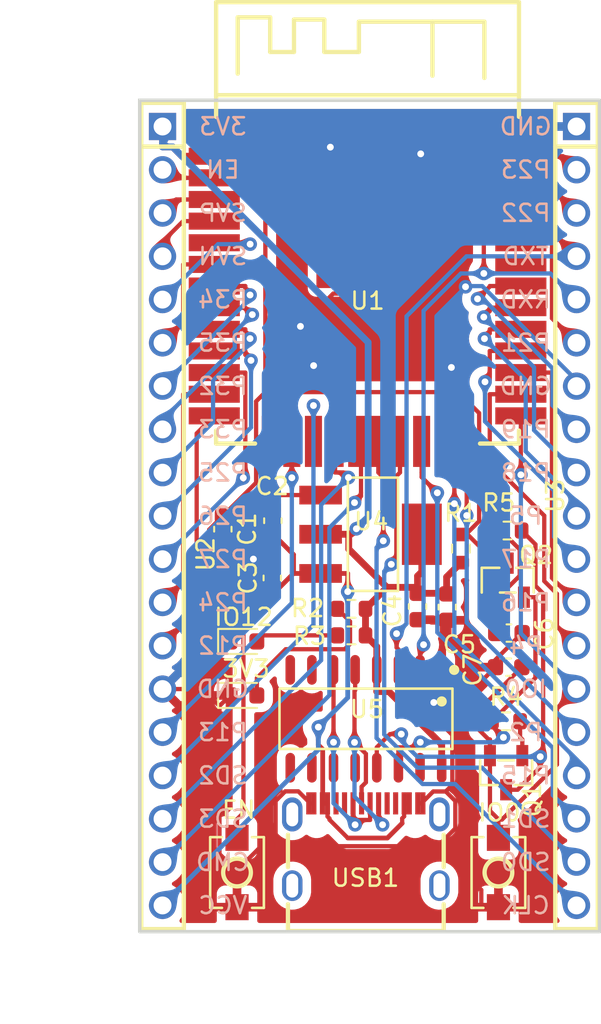
<source format=kicad_pcb>
(kicad_pcb (version 20211014) (generator pcbnew)
  (layers (0 "F.Cu" signal) (31 "B.Cu" signal) (34 "B.Paste" user) (35 "F.Paste" user) (36 "B.SilkS" user "B.Silkscreen") (37 "F.SilkS" user "F.Silkscreen") (38 "B.Mask" user) (39 "F.Mask" user) (44 "Edge.Cuts" user))
  (net 0 "")
  (net 2 "EN")
  (net 3 "+3.3V")
  (net 4 "GND")
  (net 5 "GPIO23")
  (net 6 "GPIO22")
  (net 7 "TXD")
  (net 8 "RXD")
  (net 9 "GPIO21")
  (net 10 "GPIO19")
  (net 11 "GPIO18")
  (net 12 "GPIO5")
  (net 13 "+5V")
  (net 14 "GPIO16")
  (net 15 "GPIO4")
  (net 16 "IO0")
  (net 17 "GPIO12")
  (net 18 "GPIO14")
  (net 19 "GPIO27")
  (net 20 "GPIO26")
  (net 21 "GPIO25")
  (net 22 "GPIO33")
  (net 23 "GPIO32")
  (net 24 "GPIO35")
  (net 25 "GPIO34")
  (net 26 "SENSOR VN")
  (net 27 "SENSOR VP")
  (net 28 "Net-(D1-Pad2)")
  (net 29 "GPIO15")
  (net 30 "SD1")
  (net 31 "SD0")
  (net 32 "CLK")
  (net 33 "CMD")
  (net 34 "SD3")
  (net 35 "SD2")
  (net 36 "GPIO13")
  (net 37 "Net-(D2-Pad2)")
  (net 40 "Net-(Q1-Pad1)")
  (net 41 "DTR")
  (net 42 "Net-(Q2-Pad1)")
  (net 43 "RTS")
  (net 45 "D+")
  (net 46 "D-")
  (net 59 "GPIO2")
  (net 60 "GPIO17")
  (footprint "kicad_lceda:HDR-TH_19P-P2.54-V-M" (layer "F.Cu") (at 91.8838 139.7 -90)
    (fp_text reference "U3")
    (fp_text value "HDR_2.54-1x19P")
  )
  (footprint "Capacitor_SMD:C_0603_1608Metric" (layer "F.Cu") (at 87.9157 146.5734)
    (fp_text reference "C6")
    (fp_text value "10uf")
  )
  (footprint "LED_SMD:LED_0603_1608Metric" (layer "F.Cu") (at 72.3287 147.0649)
    (fp_text reference "IO12")
    (fp_text value "LED")
  )
  (footprint "Resistor_SMD:R_0603_1608Metric" (layer "F.Cu") (at 87.8352 140.5562 180)
    (fp_text reference "R5")
    (fp_text value "10k")
  )
  (footprint "Capacitor_SMD:C_0603_1608Metric" (layer "F.Cu") (at 84.2915 145.0481 -90)
    (fp_text reference "C5")
    (fp_text value "10uf")
  )
  (footprint "Capacitor_SMD:C_0603_1608Metric" (layer "F.Cu") (at 71.12 140.475 -90)
    (fp_text reference "C1")
    (fp_text value "10uf")
  )
  (footprint "LED_SMD:LED_0603_1608Metric" (layer "F.Cu") (at 72.3287 150.2333)
    (fp_text reference "3V3")
    (fp_text value "LED")
  )
  (footprint "kicad_lceda:WIRELM-SMD_ESP32-S" (layer "F.Cu") (at 79.6146 126.3184)
    (fp_text reference "U1")
    (fp_text value "ESP32-S")
  )
  (footprint "kicad_lceda:SOT-23-3_L2.9-W1.3-P1.90-LS2.4-BR" (layer "F.Cu") (at 87.8441 143.4682 -90)
    (fp_text reference "Q2")
    (fp_text value "SS8050_C2150")
  )
  (footprint "kicad_lceda:SW-SMD_L4.0-W2.9-LS5.0" (layer "F.Cu") (at 71.9524 160.6276 -90)
    (fp_text reference "EN")
    (fp_text value "TS-1088-AR02016")
  )
  (footprint "Resistor_SMD:R_0603_1608Metric" (layer "F.Cu") (at 78.6696 145.1506 180)
    (fp_text reference "R2")
    (fp_text value "10k")
  )
  (footprint "Capacitor_SMD:C_0603_1608Metric" (layer "F.Cu") (at 87.8973 148.5748 180)
    (fp_text reference "C7")
    (fp_text value "10uf")
  )
  (footprint "kicad_lceda:SW-SMD_L4.0-W2.9-LS5.0" (layer "F.Cu") (at 87.2977 160.6276 -90)
    (fp_text reference "IO0")
    (fp_text value "TS-1088-AR02016")
  )
  (footprint "Capacitor_SMD:C_0603_1608Metric" (layer "F.Cu") (at 74.0218 143.3383 90)
    (fp_text reference "C3")
    (fp_text value "10uf")
  )
  (footprint "kicad_lceda:SOP-16_L10.0-W3.9-P1.27-LS6.0-BL" (layer "F.Cu") (at 79.5221 151.6048 180)
    (fp_text reference "U5")
    (fp_text value "CH340C")
  )
  (footprint "Resistor_SMD:R_0603_1608Metric" (layer "F.Cu") (at 87.745 151.7508)
    (fp_text reference "R4")
    (fp_text value "10k")
  )
  (footprint "Resistor_SMD:R_0603_1608Metric" (layer "F.Cu") (at 85.0997 141.6131 90)
    (fp_text reference "R1")
    (fp_text value "10k")
  )
  (footprint "kicad_lceda:HDR-TH_19P-P2.54-V-M" (layer "F.Cu") (at 67.58 139.7 -90)
    (fp_text reference "U2")
    (fp_text value "HDR_2.54-1x19P")
  )
  (footprint "Capacitor_SMD:C_0603_1608Metric" (layer "F.Cu") (at 82.5489 145.0134 -90)
    (fp_text reference "C4")
    (fp_text value "0.1uf")
  )
  (footprint "Resistor_SMD:R_0603_1608Metric" (layer "F.Cu") (at 78.6696 146.7086 180)
    (fp_text reference "R3")
    (fp_text value "10k")
  )
  (footprint "Capacitor_SMD:C_0603_1608Metric" (layer "F.Cu") (at 74.0558 139.9786 90)
    (fp_text reference "C2")
    (fp_text value "0.1uf")
  )
  (footprint "kicad_lceda:USB-C-SMD_KH-TYPE-C-16P" (layer "F.Cu") (at 79.514 161.0537)
    (fp_text reference "USB1")
    (fp_text value "KH-TYPE-C-16P" hide)
  )
  (footprint "kicad_lceda:SOT-223-3_L6.5-W3.4-P2.30-LS7.0-BR" (layer "F.Cu") (at 79.8308 140.7738 180)
    (fp_text reference "U4")
    (fp_text value "AMS1117-3.3")
  )
  (footprint "kicad_lceda:SOT-23-3_L2.9-W1.3-P1.90-LS2.4-BR" (layer "F.Cu") (at 87.7505 154.7692 90)
    (fp_text reference "Q1")
    (fp_text value "SS8050_C2150")
  )
  (gr_rect locked (start 66.24 115.3) (end 93.24 164.1) (layer "Edge.Cuts") (width 0.2) (fill none))
  (gr_text "P33\n" (at 71.12 134.62) (layer "B.SilkS") (effects (font (size 1 1)) (justify mirror)))
  (gr_text "SD0" (at 88.9 160.02) (layer "B.SilkS") (effects (font (size 1 1)) (justify mirror)))
  (gr_text "EN" (at 71.12 119.38) (layer "B.SilkS") (effects (font (size 1 1)) (justify mirror)))
  (gr_text "P18" (at 88.9 137.16) (layer "B.SilkS") (effects (font (size 1 1)) (justify mirror)))
  (gr_text "GND" (at 88.9 116.84) (layer "B.SilkS") (effects (font (size 1 1)) (justify mirror)))
  (gr_text "SVP\n" (at 71.12 121.92) (layer "B.SilkS") (effects (font (size 1 1)) (justify mirror)))
  (gr_text "CMD" (at 71.12 160.02) (layer "B.SilkS") (effects (font (size 1 1)) (justify mirror)))
  (gr_text "SVN\n" (at 71.12 124.46) (layer "B.SilkS") (effects (font (size 1 1)) (justify mirror)))
  (gr_text "IO0\n" (at 88.9 149.86) (layer "B.SilkS") (effects (font (size 1 1)) (justify mirror)))
  (gr_text "P16" (at 88.9 144.78) (layer "B.SilkS") (effects (font (size 1 1)) (justify mirror)))
  (gr_text "P4" (at 88.9 147.32) (layer "B.SilkS") (effects (font (size 1 1)) (justify mirror)))
  (gr_text "P32\n" (at 71.12 132.08) (layer "B.SilkS") (effects (font (size 1 1)) (justify mirror)))
  (gr_text "P24\n" (at 71.12 144.78) (layer "B.SilkS") (effects (font (size 1 1)) (justify mirror)))
  (gr_text "SD3" (at 71.12 157.48) (layer "B.SilkS") (effects (font (size 1 1)) (justify mirror)))
  (gr_text "P22" (at 88.9 121.92) (layer "B.SilkS") (effects (font (size 1 1)) (justify mirror)))
  (gr_text "P26\n" (at 71.12 139.7) (layer "B.SilkS") (effects (font (size 1 1)) (justify mirror)))
  (gr_text "P27\n" (at 71.12 142.24) (layer "B.SilkS") (effects (font (size 1 1)) (justify mirror)))
  (gr_text "SD1" (at 88.9 157.48) (layer "B.SilkS") (effects (font (size 1 1)) (justify mirror)))
  (gr_text "P23\n" (at 88.9 119.38) (layer "B.SilkS") (effects (font (size 1 1)) (justify mirror)))
  (gr_text "RXD" (at 88.9 127) (layer "B.SilkS") (effects (font (size 1 1)) (justify mirror)))
  (gr_text "CLK" (at 88.9 162.56) (layer "B.SilkS") (effects (font (size 1 1)) (justify mirror)))
  (gr_text "TXD" (at 88.9 124.46) (layer "B.SilkS") (effects (font (size 1 1)) (justify mirror)))
  (gr_text "P2\n" (at 88.9 152.4) (layer "B.SilkS") (effects (font (size 1 1)) (justify mirror)))
  (gr_text "P25\n" (at 71.12 137.16) (layer "B.SilkS") (effects (font (size 1 1)) (justify mirror)))
  (gr_text "P5\n" (at 88.9 139.7) (layer "B.SilkS") (effects (font (size 1 1)) (justify mirror)))
  (gr_text "P21" (at 88.9 129.54) (layer "B.SilkS") (effects (font (size 1 1)) (justify mirror)))
  (gr_text "P34\n" (at 71.12 127) (layer "B.SilkS") (effects (font (size 1 1)) (justify mirror)))
  (gr_text "P17\n" (at 88.9 142.24) (layer "B.SilkS") (effects (font (size 1 1)) (justify mirror)))
  (gr_text "P13\n" (at 71.12 152.4) (layer "B.SilkS") (effects (font (size 1 1)) (justify mirror)))
  (gr_text "P35\n" (at 71.12 129.54) (layer "B.SilkS") (effects (font (size 1 1)) (justify mirror)))
  (gr_text "VCC" (at 71.12 162.56) (layer "B.SilkS") (effects (font (size 1 1)) (justify mirror)))
  (gr_text "P15\n" (at 88.9 154.94) (layer "B.SilkS") (effects (font (size 1 1)) (justify mirror)))
  (gr_text "GND\n" (at 71.12 149.86) (layer "B.SilkS") (effects (font (size 1 1)) (justify mirror)))
  (gr_text "SD2" (at 71.12 154.94) (layer "B.SilkS") (effects (font (size 1 1)) (justify mirror)))
  (gr_text "GND" (at 88.9 132.08) (layer "B.SilkS") (effects (font (size 1 1)) (justify mirror)))
  (gr_text "P12\n" (at 71.12 147.32) (layer "B.SilkS") (effects (font (size 1 1)) (justify mirror)))
  (gr_text "P19" (at 88.9 134.62) (layer "B.SilkS") (effects (font (size 1 1)) (justify mirror)))
  (gr_text "3V3" (at 71.12 116.84) (layer "B.SilkS") (effects (font (size 1 1)) (justify mirror)))
  (segment (start 85.4354 140.7347) (end 87.1688 142.4682) (width 0.25) (layer "F.Cu") (net 2))
  (segment (start 84.9333 132.4305) (end 86.1665 133.6637) (width 0.25) (layer "F.Cu") (net 2))
  (segment (start 86.1665 133.6637) (end 86.1665 140.0036) (width 0.25) (layer "F.Cu") (net 2))
  (segment (start 72.3287 144.4139) (end 72.3287 157.126) (width 0.25) (layer "F.Cu") (net 2))
  (segment (start 87.351 142.4682) (end 87.1688 142.4682) (width 0.25) (layer "F.Cu") (net 2))
  (segment (start 73.6161 121.0296) (end 73.6161 132.4305) (width 0.25) (layer "F.Cu") (net 2))
  (segment (start 85.4354 140.7347) (end 85.382 140.7881) (width 0.25) (layer "F.Cu") (net 2))
  (segment (start 87.8441 142.4682) (end 87.4439 142.4682) (width 0.25) (layer "F.Cu") (net 2))
  (segment (start 70.6154 119.8541) (end 72.4406 119.8541) (width 0.25) (layer "F.Cu") (net 2))
  (segment (start 68.0541 119.8541) (end 70.6154 119.8541) (width 0.25) (layer "F.Cu") (net 2))
  (segment (start 72.3287 157.126) (end 71.9524 157.5023) (width 0.25) (layer "F.Cu") (net 2))
  (segment (start 71.12 139.7) (end 70.3187 140.5013) (width 0.25) (layer "F.Cu") (net 2))
  (segment (start 86.2024 143.6168) (end 86.2024 145.6351) (width 0.25) (layer "F.Cu") (net 2))
  (segment (start 70.3187 140.5013) (end 70.3187 142.4039) (width 0.25) (layer "F.Cu") (net 2))
  (segment (start 73.6161 132.4305) (end 84.9333 132.4305) (width 0.25) (layer "F.Cu") (net 2))
  (segment (start 73.6161 132.4305) (end 73.0738 132.9728) (width 0.25) (layer "F.Cu") (net 2))
  (segment (start 72.4406 119.8541) (end 73.6161 121.0296) (width 0.25) (layer "F.Cu") (net 2))
  (segment (start 87.351 142.4682) (end 86.2024 143.6168) (width 0.25) (layer "F.Cu") (net 2))
  (segment (start 70.3187 142.4039) (end 72.3287 144.4139) (width 0.25) (layer "F.Cu") (net 2))
  (segment (start 67.58 119.38) (end 68.0541 119.8541) (width 0.25) (layer "F.Cu") (net 2))
  (segment (start 85.382 140.7881) (end 85.0997 140.7881) (width 0.25) (layer "F.Cu") (net 2))
  (segment (start 71.9524 158.5926) (end 71.9524 157.5023) (width 0.25) (layer "F.Cu") (net 2))
  (segment (start 86.2024 145.6351) (end 87.1407 146.5734) (width 0.25) (layer "F.Cu") (net 2))
  (segment (start 86.1665 140.0036) (end 85.4354 140.7347) (width 0.25) (layer "F.Cu") (net 2))
  (segment (start 73.0738 132.9728) (end 73.0738 137.7462) (width 0.25) (layer "F.Cu") (net 2))
  (segment (start 87.4439 142.4682) (end 87.351 142.4682) (width 0.25) (layer "F.Cu") (net 2))
  (segment (start 73.0738 137.7462) (end 71.12 139.7) (width 0.25) (layer "F.Cu") (net 2))
  (segment (start 80.8661 150.0051) (end 80.1571 150.0051) (width 0.4) (layer "F.Cu") (net 3))
  (segment (start 80.1571 148.7323) (end 80.1571 147.3711) (width 0.4) (layer "F.Cu") (net 3))
  (segment (start 85.0997 142.4381) (end 84.2568 143.281) (width 0.4) (layer "F.Cu") (net 3))
  (segment (start 82.5489 144.2384) (end 84.2568 144.2384) (width 0.4) (layer "F.Cu") (net 3))
  (segment (start 78.5112 141.6466) (end 78.5112 140.7738) (width 0.4) (layer "F.Cu") (net 3))
  (segment (start 78.9588 140.4512) (end 78.6362 140.7738) (width 0.4) (layer "F.Cu") (net 3))
  (segment (start 80.7549 143.8903) (end 79.4946 145.1506) (width 0.4) (layer "F.Cu") (net 3))
  (segment (start 80.1571 148.8022) (end 80.1571 148.7323) (width 0.4) (layer "F.Cu") (net 3))
  (segment (start 82.8008 140.7738) (end 82.8008 142.9741) (width 0.4) (layer "F.Cu") (net 3))
  (segment (start 82.5489 143.8903) (end 82.5489 144.2384) (width 0.4) (layer "F.Cu") (net 3))
  (segment (start 76.8609 140.7738) (end 78.5112 140.7738) (width 0.4) (layer "F.Cu") (net 3))
  (segment (start 67.58 118.0403) (end 68.1715 118.0403) (width 0.4) (layer "F.Cu") (net 3))
  (segment (start 79.4946 145.1506) (end 79.4946 146.7086) (width 0.4) (layer "F.Cu") (net 3))
  (segment (start 78.6362 140.7738) (end 78.5112 140.7738) (width 0.4) (layer "F.Cu") (net 3))
  (segment (start 80.1571 147.3711) (end 79.4946 146.7086) (width 0.4) (layer "F.Cu") (net 3))
  (segment (start 80.7549 143.8903) (end 78.5112 141.6466) (width 0.4) (layer "F.Cu") (net 3))
  (segment (start 84.2568 144.2384) (end 84.2915 144.2731) (width 0.4) (layer "F.Cu") (net 3))
  (segment (start 68.1715 118.0403) (end 68.7153 118.5841) (width 0.4) (layer "F.Cu") (net 3))
  (segment (start 83.9671 154.4773) (end 83.9671 153.2045) (width 0.4) (layer "F.Cu") (net 3))
  (segment (start 83.9671 153.1061) (end 80.8661 150.0051) (width 0.4) (layer "F.Cu") (net 3))
  (segment (start 83.9671 153.2045) (end 83.9671 153.1061) (width 0.4) (layer "F.Cu") (net 3))
  (segment (start 67.58 116.84) (end 67.58 118.0403) (width 0.4) (layer "F.Cu") (net 3))
  (segment (start 82.5489 143.226) (end 82.5489 143.8903) (width 0.4) (layer "F.Cu") (net 3))
  (segment (start 80.1571 148.8022) (end 80.1571 150.0051) (width 0.4) (layer "F.Cu") (net 3))
  (segment (start 82.8008 142.9741) (end 82.5489 143.226) (width 0.4) (layer "F.Cu") (net 3))
  (segment (start 84.2568 143.281) (end 84.2568 144.2384) (width 0.4) (layer "F.Cu") (net 3))
  (segment (start 82.5489 143.8903) (end 80.7549 143.8903) (width 0.4) (layer "F.Cu") (net 3))
  (segment (start 70.6154 118.5841) (end 68.7153 118.5841) (width 0.4) (layer "F.Cu") (net 3))
  (via (at 78.9588 140.4512) (size 0.8) (drill 0.4) (layers "F.Cu" "B.Cu") (net 3))
  (segment (start 68.1801 118.0403) (end 79.6504 129.5106) (width 0.4) (layer "B.Cu") (net 3))
  (segment (start 79.6504 129.5106) (end 79.6504 139.7596) (width 0.4) (layer "B.Cu") (net 3))
  (segment (start 67.58 118.0403) (end 68.1801 118.0403) (width 0.4) (layer "B.Cu") (net 3))
  (segment (start 79.6504 139.7596) (end 78.9588 140.4512) (width 0.4) (layer "B.Cu") (net 3))
  (segment (start 67.58 116.84) (end 67.58 118.0403) (width 0.4) (layer "B.Cu") (net 3))
  (segment (start 77.5986 126.6475) (end 78.6138 126.6475) (width 0.25) (layer "F.Cu") (net 4))
  (segment (start 70.9223 159.538) (end 71.9187 160.5344) (width 0.25) (layer "F.Cu") (net 4))
  (segment (start 74.0558 138.4738) (end 74.0558 137.304) (width 0.25) (layer "F.Cu") (net 4))
  (segment (start 69.9301 149.86) (end 70.9223 150.8522) (width 0.25) (layer "F.Cu") (net 4))
  (segment (start 74.0558 137.304) (end 73.8996 137.1478) (width 0.25) (layer "F.Cu") (net 4))
  (segment (start 71.9187 160.5344) (end 71.9524 160.5681) (width 0.25) (layer "F.Cu") (net 4))
  (segment (start 84.5918 155.4865) (end 84.5918 149.357) (width 0.25) (layer "F.Cu") (net 4))
  (segment (start 83.7244 159.0834) (end 86.2924 161.6514) (width 0.25) (layer "F.Cu") (net 4))
  (segment (start 74.7807 155.8644) (end 74.2166 156.4285) (width 0.25) (layer "F.Cu") (net 4))
  (segment (start 73.8996 135.3227) (end 73.8996 137.1478) (width 0.25) (layer "F.Cu") (net 4))
  (segment (start 87.1223 148.5748) (end 87.1223 148.1418) (width 0.25) (layer "F.Cu") (net 4))
  (segment (start 70.9223 150.8522) (end 70.9223 159.538) (width 0.25) (layer "F.Cu") (net 4))
  (segment (start 88.6138 117.3141) (end 86.7887 117.3141) (width 0.25) (layer "F.Cu") (net 4))
  (segment (start 86.3401 149.357) (end 87.1223 148.5748) (width 0.25) (layer "F.Cu") (net 4))
  (segment (start 74.0218 142.5633) (end 73.6887 142.2302) (width 0.25) (layer "F.Cu") (net 4))
  (segment (start 74.2166 156.4285) (end 74.2166 159.0834) (width 0.25) (layer "F.Cu") (net 4))
  (segment (start 76.164 156.5686) (end 76.164 156.476) (width 0.25) (layer "F.Cu") (net 4))
  (segment (start 76.2883 121.1618) (end 72.4406 117.3141) (width 0.25) (layer "F.Cu") (net 4))
  (segment (start 82.864 156.476) (end 83.4692 155.8708) (width 0.25) (layer "F.Cu") (net 4))
  (segment (start 87.2977 162.6626) (end 86.2924 162.6626) (width 0.25) (layer "F.Cu") (net 4))
  (segment (start 83.3714 124.322) (end 83.4067 124.2867) (width 0.25) (layer "F.Cu") (net 4))
  (segment (start 71.9524 160.5681) (end 71.9524 161.5723) (width 0.25) (layer "F.Cu") (net 4))
  (segment (start 84.7668 156.4301) (end 84.7668 158.041) (width 0.25) (layer "F.Cu") (net 4))
  (segment (start 83.9671 148.7323) (end 83.9671 147.5345) (width 0.25) (layer "F.Cu") (net 4))
  (segment (start 82.864 156.5686) (end 82.864 156.476) (width 0.25) (layer "F.Cu") (net 4))
  (segment (start 80.9394 124.322) (end 83.3714 124.322) (width 0.25) (layer "F.Cu") (net 4))
  (segment (start 83.9845 145.8231) (end 84.2915 145.8231) (width 0.25) (layer "F.Cu") (net 4))
  (segment (start 72.9129 141.25) (end 71.12 141.25) (width 0.25) (layer "F.Cu") (net 4))
  (segment (start 83.4067 124.2867) (end 85.3663 126.2464) (width 0.25) (layer "F.Cu") (net 4))
  (segment (start 74.0558 138.4738) (end 74.0558 139.2036) (width 0.25) (layer "F.Cu") (net 4))
  (segment (start 76.8609 138.4738) (end 75.2856 138.4738) (width 0.25) (layer "F.Cu") (net 4))
  (segment (start 90.439 117.1595) (end 90.7585 116.84) (width 0.25) (layer "F.Cu") (net 4))
  (segment (start 84.7668 158.041) (end 83.7244 159.0834) (width 0.25) (layer "F.Cu") (net 4))
  (segment (start 86.7887 120.9047) (end 86.7887 117.3141) (width 0.25) (layer "F.Cu") (net 4))
  (segment (start 76.464 156.5686) (end 76.164 156.5686) (width 0.25) (layer "F.Cu") (net 4))
  (segment (start 83.9845 145.8231) (end 83.9845 147.5171) (width 0.25) (layer "F.Cu") (net 4))
  (segment (start 83.9498 145.7884) (end 83.9845 145.8231) (width 0.25) (layer "F.Cu") (net 4))
  (segment (start 83.7244 159.0834) (end 74.2166 159.0834) (width 0.25) (layer "F.Cu") (net 4))
  (segment (start 84.2075 155.8708) (end 84.5918 155.4865) (width 0.25) (layer "F.Cu") (net 4))
  (segment (start 82.5489 145.7884) (end 83.9498 145.7884) (width 0.25) (layer "F.Cu") (net 4))
  (segment (start 74.2166 159.0834) (end 73.3697 159.0834) (width 0.25) (layer "F.Cu") (net 4))
  (segment (start 76.164 156.476) (end 75.5524 155.8644) (width 0.25) (layer "F.Cu") (net 4))
  (segment (start 78.6138 124.322) (end 76.2883 124.322) (width 0.25) (layer "F.Cu") (net 4))
  (segment (start 73.6887 142.2302) (end 72.9129 142.2302) (width 0.25) (layer "F.Cu") (net 4))
  (segment (start 88.6138 117.3141) (end 90.439 117.3141) (width 0.25) (layer "F.Cu") (net 4))
  (segment (start 86.2924 161.6514) (end 86.2924 162.6626) (width 0.25) (layer "F.Cu") (net 4))
  (segment (start 76.2883 124.322) (end 76.2883 121.1618) (width 0.25) (layer "F.Cu") (net 4))
  (segment (start 67.58 149.86) (end 69.9301 149.86) (width 0.25) (layer "F.Cu") (net 4))
  (segment (start 83.4067 124.2867) (end 86.7887 120.9047) (width 0.25) (layer "F.Cu") (net 4))
  (segment (start 72.9129 140.3465) (end 72.9129 141.25) (width 0.25) (layer "F.Cu") (net 4))
  (segment (start 71.5412 150.2333) (end 70.9223 150.8522) (width 0.25) (layer "F.Cu") (net 4))
  (segment (start 83.9845 147.5171) (end 83.9671 147.5345) (width 0.25) (layer "F.Cu") (net 4))
  (segment (start 78.6138 124.322) (end 80.9394 124.322) (width 0.25) (layer "F.Cu") (net 4))
  (segment (start 74.0558 139.2036) (end 72.9129 140.3465) (width 0.25) (layer "F.Cu") (net 4))
  (segment (start 75.5524 155.8644) (end 74.7807 155.8644) (width 0.25) (layer "F.Cu") (net 4))
  (segment (start 84.5918 149.357) (end 86.3401 149.357) (width 0.25) (layer "F.Cu") (net 4))
  (segment (start 84.5918 149.357) (end 83.9671 148.7323) (width 0.25) (layer "F.Cu") (net 4))
  (segment (start 73.3697 159.0834) (end 71.9187 160.5344) (width 0.25) (layer "F.Cu") (net 4))
  (segment (start 75.6753 128.5708) (end 77.5986 126.6475) (width 0.25) (layer "F.Cu") (net 4))
  (segment (start 72.9129 141.25) (end 72.9129 142.2302) (width 0.25) (layer "F.Cu") (net 4))
  (segment (start 90.439 117.3141) (end 90.439 117.1595) (width 0.25) (layer "F.Cu") (net 4))
  (segment (start 91.8838 116.84) (end 90.7585 116.84) (width 0.25) (layer "F.Cu") (net 4))
  (segment (start 75.2856 138.4738) (end 74.0558 138.4738) (width 0.25) (layer "F.Cu") (net 4))
  (segment (start 82.864 156.5686) (end 82.564 156.5686) (width 0.25) (layer "F.Cu") (net 4))
  (segment (start 71.9524 162.6626) (end 71.9524 161.5723) (width 0.25) (layer "F.Cu") (net 4))
  (segment (start 83.4692 155.8708) (end 84.2075 155.8708) (width 0.25) (layer "F.Cu") (net 4))
  (segment (start 84.2075 155.8708) (end 84.7668 156.4301) (width 0.25) (layer "F.Cu") (net 4))
  (segment (start 70.6154 117.3141) (end 72.4406 117.3141) (width 0.25) (layer "F.Cu") (net 4))
  (segment (start 87.1223 148.1418) (end 88.6907 146.5734) (width 0.25) (layer "F.Cu") (net 4))
  (segment (start 78.6138 124.322) (end 78.6138 126.6475) (width 0.25) (layer "F.Cu") (net 4))
  (via (at 83.502932 150.647753) (size 0.8) (drill 0.4) (layers "F.Cu" "B.Cu") (net 4))
  (via (at 76.449124 130.87501) (size 0.8) (drill 0.4) (layers "F.Cu" "B.Cu") (net 4))
  (via (at 82.735452 118.44436) (size 0.8) (drill 0.4) (layers "F.Cu" "B.Cu") (net 4))
  (via (at 75.6753 128.5708) (size 0.8) (drill 0.4) (layers "F.Cu" "B.Cu") (net 4))
  (via (at 77.431002 118.052292) (size 0.8) (drill 0.4) (layers "F.Cu" "B.Cu") (net 4))
  (via (at 84.536488 130.982637) (size 0.8) (drill 0.4) (layers "F.Cu" "B.Cu") (net 4))
  (via (at 72.9129 142.2302) (size 0.8) (drill 0.4) (layers "F.Cu" "B.Cu") (net 4))
  (via (at 85.3663 126.2464) (size 0.8) (drill 0.4) (layers "F.Cu" "B.Cu") (net 4))
  (segment (start 73.7419 130.5042) (end 73.7419 141.4012) (width 0.25) (layer "B.Cu") (net 4))
  (segment (start 67.58 149.86) (end 72.9129 144.5271) (width 0.25) (layer "B.Cu") (net 4))
  (segment (start 85.4047 126.208) (end 86.3496 126.208) (width 0.25) (layer "B.Cu") (net 4))
  (segment (start 75.6753 128.5708) (end 73.7419 130.5042) (width 0.25) (layer "B.Cu") (net 4))
  (segment (start 73.7419 141.4012) (end 72.9129 142.2302) (width 0.25) (layer "B.Cu") (net 4))
  (segment (start 91.8838 131.7422) (end 91.8838 132.08) (width 0.25) (layer "B.Cu") (net 4))
  (segment (start 86.3496 126.208) (end 91.8838 131.7422) (width 0.25) (layer "B.Cu") (net 4))
  (segment (start 85.3663 126.2464) (end 85.4047 126.208) (width 0.25) (layer "B.Cu") (net 4))
  (segment (start 72.9129 144.5271) (end 72.9129 142.2302) (width 0.25) (layer "B.Cu") (net 4))
  (segment (start 88.6138 118.5841) (end 91.0879 118.5841) (width 0.25) (layer "F.Cu") (net 5))
  (segment (start 91.0879 118.5841) (end 91.8838 119.38) (width 0.25) (layer "F.Cu") (net 5))
  (segment (start 90.439 120.4752) (end 91.8838 121.92) (width 0.25) (layer "F.Cu") (net 6))
  (segment (start 90.439 119.8541) (end 90.439 120.4752) (width 0.25) (layer "F.Cu") (net 6))
  (segment (start 88.6138 119.8541) (end 90.439 119.8541) (width 0.25) (layer "F.Cu") (net 6))
  (segment (start 81.4271 147.5345) (end 81.3186 147.426) (width 0.25) (layer "F.Cu") (net 7))
  (segment (start 81.4271 148.7323) (end 81.4271 147.5345) (width 0.25) (layer "F.Cu") (net 7))
  (segment (start 81.3186 147.426) (end 81.3186 146.6066) (width 0.25) (layer "F.Cu") (net 7))
  (segment (start 88.6138 121.1241) (end 90.439 121.1241) (width 0.25) (layer "F.Cu") (net 7))
  (segment (start 91.8838 124.46) (end 90.439 123.0152) (width 0.25) (layer "F.Cu") (net 7))
  (segment (start 90.439 123.0152) (end 90.439 121.1241) (width 0.25) (layer "F.Cu") (net 7))
  (via (at 81.3186 146.6066) (size 0.8) (drill 0.4) (layers "F.Cu" "B.Cu") (net 7))
  (segment (start 85.4225 124.46) (end 81.9035 127.979) (width 0.25) (layer "B.Cu") (net 7))
  (segment (start 91.8838 124.46) (end 85.4225 124.46) (width 0.25) (layer "B.Cu") (net 7))
  (segment (start 81.9035 127.979) (end 81.9035 146.0217) (width 0.25) (layer "B.Cu") (net 7))
  (segment (start 81.9035 146.0217) (end 81.3186 146.6066) (width 0.25) (layer "B.Cu") (net 7))
  (segment (start 86.7887 122.3941) (end 86.4394 122.7434) (width 0.25) (layer "F.Cu") (net 8))
  (segment (start 82.6971 148.7323) (end 82.6971 147.4615) (width 0.25) (layer "F.Cu") (net 8))
  (segment (start 86.4394 122.7434) (end 86.4394 125.4661) (width 0.25) (layer "F.Cu") (net 8))
  (segment (start 82.6971 147.4615) (end 82.9032 147.2554) (width 0.25) (layer "F.Cu") (net 8))
  (segment (start 88.6138 122.3941) (end 86.7887 122.3941) (width 0.25) (layer "F.Cu") (net 8))
  (via (at 82.9032 147.2554) (size 0.8) (drill 0.4) (layers "F.Cu" "B.Cu") (net 8))
  (via (at 86.4394 125.4661) (size 0.8) (drill 0.4) (layers "F.Cu" "B.Cu") (net 8))
  (segment (start 90.3499 125.4661) (end 86.4394 125.4661) (width 0.25) (layer "B.Cu") (net 8))
  (segment (start 85.0934 125.4661) (end 86.4394 125.4661) (width 0.25) (layer "B.Cu") (net 8))
  (segment (start 82.9032 147.2554) (end 82.9032 127.6563) (width 0.25) (layer "B.Cu") (net 8))
  (segment (start 91.8838 127) (end 90.3499 125.4661) (width 0.25) (layer "B.Cu") (net 8))
  (segment (start 82.9032 127.6563) (end 85.0934 125.4661) (width 0.25) (layer "B.Cu") (net 8))
  (segment (start 90.439 123.6641) (end 90.439 128.0952) (width 0.25) (layer "F.Cu") (net 9))
  (segment (start 88.6138 123.6641) (end 90.439 123.6641) (width 0.25) (layer "F.Cu") (net 9))
  (segment (start 90.439 128.0952) (end 91.8838 129.54) (width 0.25) (layer "F.Cu") (net 9))
  (segment (start 88.6138 126.2041) (end 86.7887 126.2041) (width 0.25) (layer "F.Cu") (net 10))
  (segment (start 86.7887 126.2388) (end 86.0713 126.9562) (width 0.25) (layer "F.Cu") (net 10))
  (segment (start 86.7887 126.2041) (end 86.7887 126.2388) (width 0.25) (layer "F.Cu") (net 10))
  (via (at 86.0713 126.9562) (size 0.8) (drill 0.4) (layers "F.Cu" "B.Cu") (net 10))
  (segment (start 86.3956 126.9562) (end 86.0713 126.9562) (width 0.25) (layer "B.Cu") (net 10))
  (segment (start 90.4692 131.0298) (end 86.3956 126.9562) (width 0.25) (layer "B.Cu") (net 10))
  (segment (start 90.4692 133.2054) (end 90.4692 131.0298) (width 0.25) (layer "B.Cu") (net 10))
  (segment (start 91.8838 134.62) (end 90.4692 133.2054) (width 0.25) (layer "B.Cu") (net 10))
  (segment (start 86.7887 127.4741) (end 86.7887 127.6739) (width 0.25) (layer "F.Cu") (net 11))
  (segment (start 88.6138 127.4741) (end 86.7887 127.4741) (width 0.25) (layer "F.Cu") (net 11))
  (segment (start 86.7887 127.6739) (end 86.438 128.0246) (width 0.25) (layer "F.Cu") (net 11))
  (via (at 86.438 128.0246) (size 0.8) (drill 0.4) (layers "F.Cu" "B.Cu") (net 11))
  (segment (start 89.3889 134.6651) (end 91.8838 137.16) (width 0.25) (layer "B.Cu") (net 11))
  (segment (start 86.438 128.0246) (end 89.3889 130.9755) (width 0.25) (layer "B.Cu") (net 11))
  (segment (start 89.3889 130.9755) (end 89.3889 134.6651) (width 0.25) (layer "B.Cu") (net 11))
  (segment (start 86.7887 128.9827) (end 86.4776 129.2938) (width 0.25) (layer "F.Cu") (net 12))
  (segment (start 88.6138 128.7441) (end 86.7887 128.7441) (width 0.25) (layer "F.Cu") (net 12))
  (segment (start 86.7887 128.7441) (end 86.7887 128.9827) (width 0.25) (layer "F.Cu") (net 12))
  (via (at 86.4776 129.2938) (size 0.8) (drill 0.4) (layers "F.Cu" "B.Cu") (net 12))
  (segment (start 88.9 131.7162) (end 86.4776 129.2938) (width 0.25) (layer "B.Cu") (net 12))
  (segment (start 91.8838 139.7) (end 91.8838 138.8912) (width 0.25) (layer "B.Cu") (net 12))
  (segment (start 91.8838 138.8912) (end 88.9 135.9074) (width 0.25) (layer "B.Cu") (net 12))
  (segment (start 88.9 135.9074) (end 88.9 131.7162) (width 0.25) (layer "B.Cu") (net 12))
  (segment (start 77.2641 156.5686) (end 77.2641 157.340571) (width 0.25) (layer "F.Cu") (net 13))
  (segment (start 77.2641 157.340571) (end 77.382694 157.459165) (width 0.25) (layer "F.Cu") (net 13))
  (segment (start 81.6486 157.447196) (end 81.7639 157.331896) (width 0.25) (layer "F.Cu") (net 13))
  (segment (start 76.9821 156.5686) (end 76.9821 153.3941) (width 0.28) (layer "F.Cu") (net 13))
  (segment (start 81.7639 156.5688) (end 82.0642 156.5688) (width 0.28) (layer "F.Cu") (net 13))
  (segment (start 76.7257 153.1377) (end 76.7257 152.0907) (width 0.28) (layer "F.Cu") (net 13))
  (segment (start 76.8609 143.0738) (end 78.4512 143.0738) (width 0.28) (layer "F.Cu") (net 13))
  (segment (start 78.4512 143.0738) (end 78.4512 144.1408) (width 0.28) (layer "F.Cu") (net 13))
  (segment (start 81.7639 157.331896) (end 81.7639 156.5688) (width 0.25) (layer "F.Cu") (net 13))
  (segment (start 80.7794 158.6028) (end 81.6486 157.7336) (width 0.28) (layer "F.Cu") (net 13))
  (segment (start 76.9821 153.3941) (end 76.7257 153.1377) (width 0.28) (layer "F.Cu") (net 13))
  (segment (start 77.382694 157.459165) (end 77.382694 157.530994) (width 0.25) (layer "F.Cu") (net 13))
  (segment (start 77.2641 156.5686) (end 76.9821 156.5686) (width 0.28) (layer "F.Cu") (net 13))
  (segment (start 74.0558 140.7536) (end 75.2706 141.9684) (width 0.28) (layer "F.Cu") (net 13))
  (segment (start 76.8609 143.0738) (end 75.2706 143.0738) (width 0.28) (layer "F.Cu") (net 13))
  (segment (start 81.6486 157.7336) (end 81.6486 157.447196) (width 0.25) (layer "F.Cu") (net 13))
  (segment (start 75.2706 141.9684) (end 75.2706 143.0738) (width 0.28) (layer "F.Cu") (net 13))
  (segment (start 75.2706 143.0738) (end 74.2311 144.1133) (width 0.28) (layer "F.Cu") (net 13))
  (segment (start 77.382694 157.530994) (end 78.4545 158.6028) (width 0.25) (layer "F.Cu") (net 13))
  (segment (start 78.4545 158.6028) (end 80.7794 158.6028) (width 0.28) (layer "F.Cu") (net 13))
  (segment (start 76.9821 156.5686) (end 76.9641 156.5686) (width 0.28) (layer "F.Cu") (net 13))
  (segment (start 74.2311 144.1133) (end 74.0218 144.1133) (width 0.28) (layer "F.Cu") (net 13))
  (via (at 76.7257 152.0907) (size 0.8) (drill 0.4) (layers "F.Cu" "B.Cu") (net 13))
  (via (at 78.4512 144.1408) (size 0.8) (drill 0.4) (layers "F.Cu" "B.Cu") (net 13))
  (segment (start 78.4512 150.3652) (end 78.4512 144.1408) (width 0.28) (layer "B.Cu") (net 13))
  (segment (start 76.7257 153.4143) (end 76.7257 152.0907) (width 0.28) (layer "B.Cu") (net 13))
  (segment (start 76.7257 152.0907) (end 78.4512 150.3652) (width 0.28) (layer "B.Cu") (net 13))
  (segment (start 67.58 162.56) (end 76.7257 153.4143) (width 0.28) (layer "B.Cu") (net 13))
  (segment (start 90.439 143.3352) (end 90.439 131.2841) (width 0.25) (layer "F.Cu") (net 14))
  (segment (start 88.6138 131.2841) (end 90.439 131.2841) (width 0.25) (layer "F.Cu") (net 14))
  (segment (start 91.8838 144.78) (end 90.439 143.3352) (width 0.25) (layer "F.Cu") (net 14))
  (segment (start 88.6138 132.5541) (end 86.7887 132.5541) (width 0.25) (layer "F.Cu") (net 15))
  (segment (start 90.7337 146.1699) (end 91.8838 147.32) (width 0.25) (layer "F.Cu") (net 15))
  (segment (start 86.7887 132.5541) (end 86.7887 136.4845) (width 0.25) (layer "F.Cu") (net 15))
  (segment (start 89.9886 143.5217) (end 90.7337 144.2668) (width 0.25) (layer "F.Cu") (net 15))
  (segment (start 90.7337 144.2668) (end 90.7337 146.1699) (width 0.25) (layer "F.Cu") (net 15))
  (segment (start 86.7887 136.4845) (end 89.9886 139.6844) (width 0.25) (layer "F.Cu") (net 15))
  (segment (start 89.9886 139.6844) (end 89.9886 143.5217) (width 0.25) (layer "F.Cu") (net 15))
  (segment (start 86.8005 157.0051) (end 86.8005 153.7692) (width 0.25) (layer "F.Cu") (net 16))
  (segment (start 86.8005 153.7692) (end 86.8005 152.8189) (width 0.25) (layer "F.Cu") (net 16))
  (segment (start 87.2977 157.5193) (end 87.5053 157.5193) (width 0.25) (layer "F.Cu") (net 16))
  (segment (start 90.7337 154.2909) (end 90.7337 151.0101) (width 0.25) (layer "F.Cu") (net 16))
  (segment (start 87.5053 157.5193) (end 90.7337 154.2909) (width 0.25) (layer "F.Cu") (net 16))
  (segment (start 87.2977 157.5193) (end 87.2977 157.5023) (width 0.25) (layer "F.Cu") (net 16))
  (segment (start 87.2977 157.5023) (end 86.8005 157.0051) (width 0.25) (layer "F.Cu") (net 16))
  (segment (start 90.7337 151.0101) (end 91.8838 149.86) (width 0.25) (layer "F.Cu") (net 16))
  (segment (start 86.1892 151.0579) (end 88.6723 148.5748) (width 0.25) (layer "F.Cu") (net 16))
  (segment (start 86.724 152.8189) (end 86.1892 152.2841) (width 0.25) (layer "F.Cu") (net 16))
  (segment (start 88.6138 137.2839) (end 88.6138 133.8241) (width 0.25) (layer "F.Cu") (net 16))
  (segment (start 86.8005 152.8189) (end 86.724 152.8189) (width 0.25) (layer "F.Cu") (net 16))
  (segment (start 87.2977 158.5926) (end 87.2977 157.5193) (width 0.25) (layer "F.Cu") (net 16))
  (segment (start 86.1892 152.2841) (end 86.1892 151.0579) (width 0.25) (layer "F.Cu") (net 16))
  (via (at 88.6138 137.2839) (size 0.8) (drill 0.4) (layers "F.Cu" "B.Cu") (net 16))
  (segment (start 91.8838 149.86) (end 88.6138 146.59) (width 0.25) (layer "B.Cu") (net 16))
  (segment (start 88.6138 146.59) (end 88.6138 137.2839) (width 0.25) (layer "B.Cu") (net 16))
  (segment (start 69.5839 146.3328) (end 70.316 147.0649) (width 0.25) (layer "F.Cu") (net 17))
  (segment (start 69.5839 134.8556) (end 70.6154 133.8241) (width 0.25) (layer "F.Cu") (net 17))
  (segment (start 68.5672 146.3328) (end 69.5839 146.3328) (width 0.25) (layer "F.Cu") (net 17))
  (segment (start 67.58 147.32) (end 68.5672 146.3328) (width 0.25) (layer "F.Cu") (net 17))
  (segment (start 69.5839 146.3328) (end 69.5839 134.8556) (width 0.25) (layer "F.Cu") (net 17))
  (segment (start 70.316 147.0649) (end 71.5412 147.0649) (width 0.25) (layer "F.Cu") (net 17))
  (segment (start 70.6154 132.5541) (end 68.7903 132.5541) (width 0.25) (layer "F.Cu") (net 18))
  (segment (start 68.7903 143.5697) (end 68.7903 132.5541) (width 0.25) (layer "F.Cu") (net 18))
  (segment (start 67.58 144.78) (end 68.7903 143.5697) (width 0.25) (layer "F.Cu") (net 18))
  (segment (start 72.4406 137.3414) (end 72.3196 137.4624) (width 0.25) (layer "F.Cu") (net 19))
  (segment (start 70.6154 131.2841) (end 72.4406 131.2841) (width 0.25) (layer "F.Cu") (net 19))
  (segment (start 72.4406 131.2841) (end 72.4406 137.3414) (width 0.25) (layer "F.Cu") (net 19))
  (via (at 72.3196 137.4624) (size 0.8) (drill 0.4) (layers "F.Cu" "B.Cu") (net 19))
  (segment (start 67.58 142.24) (end 72.3196 137.5004) (width 0.25) (layer "B.Cu") (net 19))
  (segment (start 72.3196 137.5004) (end 72.3196 137.4624) (width 0.25) (layer "B.Cu") (net 19))
  (segment (start 72.4406 130.0141) (end 72.4406 130.237) (width 0.25) (layer "F.Cu") (net 20))
  (segment (start 70.6154 130.0141) (end 72.4406 130.0141) (width 0.25) (layer "F.Cu") (net 20))
  (segment (start 72.4406 130.237) (end 72.7714 130.5678) (width 0.25) (layer "F.Cu") (net 20))
  (via (at 72.7714 130.5678) (size 0.8) (drill 0.4) (layers "F.Cu" "B.Cu") (net 20))
  (segment (start 72.7714 134.5086) (end 72.7714 130.5678) (width 0.25) (layer "B.Cu") (net 20))
  (segment (start 67.58 139.7) (end 72.7714 134.5086) (width 0.25) (layer "B.Cu") (net 20))
  (segment (start 72.4406 129.0123) (end 72.7158 129.2875) (width 0.25) (layer "F.Cu") (net 21))
  (segment (start 72.4406 128.7441) (end 72.4406 129.0123) (width 0.25) (layer "F.Cu") (net 21))
  (segment (start 70.6154 128.7441) (end 72.4406 128.7441) (width 0.25) (layer "F.Cu") (net 21))
  (via (at 72.7158 129.2875) (size 0.8) (drill 0.4) (layers "F.Cu" "B.Cu") (net 21))
  (segment (start 70.5463 134.1937) (end 70.5463 131.7391) (width 0.25) (layer "B.Cu") (net 21))
  (segment (start 70.5463 131.7391) (end 72.7158 129.5696) (width 0.25) (layer "B.Cu") (net 21))
  (segment (start 67.58 137.16) (end 70.5463 134.1937) (width 0.25) (layer "B.Cu") (net 21))
  (segment (start 72.7158 129.5696) (end 72.7158 129.2875) (width 0.25) (layer "B.Cu") (net 21))
  (segment (start 70.6154 127.4741) (end 72.4406 127.4741) (width 0.25) (layer "F.Cu") (net 22))
  (segment (start 72.8491 127.8826) (end 72.4406 127.4741) (width 0.25) (layer "F.Cu") (net 22))
  (via (at 72.8491 127.8826) (size 0.8) (drill 0.4) (layers "F.Cu" "B.Cu") (net 22))
  (segment (start 71.8202 128.9115) (end 72.8491 127.8826) (width 0.25) (layer "B.Cu") (net 22))
  (segment (start 71.8202 129.8283) (end 71.8202 128.9115) (width 0.25) (layer "B.Cu") (net 22))
  (segment (start 67.58 134.0685) (end 71.8202 129.8283) (width 0.25) (layer "B.Cu") (net 22))
  (segment (start 67.58 134.62) (end 67.58 134.0685) (width 0.25) (layer "B.Cu") (net 22))
  (segment (start 72.4406 126.452) (end 72.717 126.7284) (width 0.25) (layer "F.Cu") (net 23))
  (segment (start 70.6154 126.2041) (end 72.4406 126.2041) (width 0.25) (layer "F.Cu") (net 23))
  (segment (start 72.4406 126.2041) (end 72.4406 126.452) (width 0.25) (layer "F.Cu") (net 23))
  (via (at 72.717 126.7284) (size 0.8) (drill 0.4) (layers "F.Cu" "B.Cu") (net 23))
  (segment (start 67.58 132.08) (end 72.717 126.943) (width 0.25) (layer "B.Cu") (net 23))
  (segment (start 72.717 126.943) (end 72.717 126.7284) (width 0.25) (layer "B.Cu") (net 23))
  (segment (start 68.7903 124.9341) (end 68.7903 128.3297) (width 0.25) (layer "F.Cu") (net 24))
  (segment (start 70.6154 124.9341) (end 68.7903 124.9341) (width 0.25) (layer "F.Cu") (net 24))
  (segment (start 68.7903 128.3297) (end 67.58 129.54) (width 0.25) (layer "F.Cu") (net 24))
  (segment (start 70.6154 123.6641) (end 72.4406 123.6641) (width 0.25) (layer "F.Cu") (net 25))
  (segment (start 72.5222 123.7457) (end 72.4406 123.6641) (width 0.25) (layer "F.Cu") (net 25))
  (segment (start 72.7224 123.7457) (end 72.5222 123.7457) (width 0.25) (layer "F.Cu") (net 25))
  (via (at 72.7224 123.7457) (size 0.8) (drill 0.4) (layers "F.Cu" "B.Cu") (net 25))
  (segment (start 70.8343 123.7457) (end 72.7224 123.7457) (width 0.25) (layer "B.Cu") (net 25))
  (segment (start 67.58 127) (end 70.8343 123.7457) (width 0.25) (layer "B.Cu") (net 25))
  (segment (start 70.6154 122.3941) (end 68.7903 122.3941) (width 0.25) (layer "F.Cu") (net 26))
  (segment (start 67.58 123.6044) (end 68.7903 122.3941) (width 0.25) (layer "F.Cu") (net 26))
  (segment (start 67.58 124.46) (end 67.58 123.6044) (width 0.25) (layer "F.Cu") (net 26))
  (segment (start 67.58 121.92) (end 68.3759 121.1241) (width 0.25) (layer "F.Cu") (net 27))
  (segment (start 68.3759 121.1241) (end 70.6154 121.1241) (width 0.25) (layer "F.Cu") (net 27))
  (segment (start 78.2739 147.522) (end 74.8086 147.522) (width 0.25) (layer "F.Cu") (net 28))
  (segment (start 78.5876 145.8936) (end 78.5876 147.2083) (width 0.25) (layer "F.Cu") (net 28))
  (segment (start 78.5876 147.2083) (end 78.2739 147.522) (width 0.25) (layer "F.Cu") (net 28))
  (segment (start 77.8446 145.1506) (end 78.5876 145.8936) (width 0.25) (layer "F.Cu") (net 28))
  (segment (start 74.8086 147.522) (end 73.1162 149.2144) (width 0.25) (layer "F.Cu") (net 28))
  (segment (start 73.1162 149.2144) (end 73.1162 150.2333) (width 0.25) (layer "F.Cu") (net 28))
  (segment (start 84.0596 135.3227) (end 84.0596 137.1478) (width 0.25) (layer "F.Cu") (net 29))
  (segment (start 84.0596 137.1478) (end 84.7106 137.7988) (width 0.25) (layer "F.Cu") (net 29))
  (segment (start 84.7106 137.7988) (end 84.7106 138.9793) (width 0.25) (layer "F.Cu") (net 29))
  (via (at 84.7106 138.9793) (size 0.8) (drill 0.4) (layers "F.Cu" "B.Cu") (net 29))
  (segment (start 91.8838 153.9915) (end 84.7106 146.8183) (width 0.25) (layer "B.Cu") (net 29))
  (segment (start 84.7106 146.8183) (end 84.7106 138.9793) (width 0.25) (layer "B.Cu") (net 29))
  (segment (start 91.8838 154.94) (end 91.8838 153.9915) (width 0.25) (layer "B.Cu") (net 29))
  (segment (start 82.7896 137.4189) (end 83.7102 138.3395) (width 0.25) (layer "F.Cu") (net 30))
  (segment (start 82.7896 135.3227) (end 82.7896 137.1478) (width 0.25) (layer "F.Cu") (net 30))
  (segment (start 82.7896 137.1478) (end 82.7896 137.4189) (width 0.25) (layer "F.Cu") (net 30))
  (via (at 83.7102 138.3395) (size 0.8) (drill 0.4) (layers "F.Cu" "B.Cu") (net 30))
  (segment (start 90.4882 153.313) (end 83.7102 146.535) (width 0.25) (layer "B.Cu") (net 30))
  (segment (start 83.7102 146.535) (end 83.7102 138.3395) (width 0.25) (layer "B.Cu") (net 30))
  (segment (start 90.4882 156.0844) (end 90.4882 153.313) (width 0.25) (layer "B.Cu") (net 30))
  (segment (start 91.8838 157.48) (end 90.4882 156.0844) (width 0.25) (layer "B.Cu") (net 30))
  (segment (start 81.3054 137.362) (end 81.3054 142.2393) (width 0.25) (layer "F.Cu") (net 31))
  (segment (start 81.5196 135.3227) (end 81.5196 137.1478) (width 0.25) (layer "F.Cu") (net 31))
  (segment (start 81.3054 142.2393) (end 81.0066 142.5381) (width 0.25) (layer "F.Cu") (net 31))
  (segment (start 81.5196 137.1478) (end 81.3054 137.362) (width 0.25) (layer "F.Cu") (net 31))
  (via (at 81.0066 142.5381) (size 0.8) (drill 0.4) (layers "F.Cu" "B.Cu") (net 31))
  (segment (start 81.0066 142.5381) (end 80.5933 142.9514) (width 0.25) (layer "B.Cu") (net 31))
  (segment (start 82.5395 154.4731) (end 86.3369 154.4731) (width 0.25) (layer "B.Cu") (net 31))
  (segment (start 80.5933 152.5269) (end 82.5395 154.4731) (width 0.25) (layer "B.Cu") (net 31))
  (segment (start 80.5933 142.9514) (end 80.5933 152.5269) (width 0.25) (layer "B.Cu") (net 31))
  (segment (start 86.3369 154.4731) (end 91.8838 160.02) (width 0.25) (layer "B.Cu") (net 31))
  (segment (start 80.2496 135.3227) (end 80.2496 137.1478) (width 0.25) (layer "F.Cu") (net 32))
  (segment (start 80.2496 137.1478) (end 80.5377 137.4359) (width 0.25) (layer "F.Cu") (net 32))
  (segment (start 80.5377 137.4359) (end 80.5377 141.1612) (width 0.25) (layer "F.Cu") (net 32))
  (via (at 80.5377 141.1612) (size 0.8) (drill 0.4) (layers "F.Cu" "B.Cu") (net 32))
  (segment (start 82.8436 155.434) (end 84.7578 155.434) (width 0.25) (layer "B.Cu") (net 32))
  (segment (start 84.7578 155.434) (end 91.8838 162.56) (width 0.25) (layer "B.Cu") (net 32))
  (segment (start 80.143 141.5559) (end 80.143 152.7334) (width 0.25) (layer "B.Cu") (net 32))
  (segment (start 80.143 152.7334) (end 82.8436 155.434) (width 0.25) (layer "B.Cu") (net 32))
  (segment (start 80.5377 141.1612) (end 80.143 141.5559) (width 0.25) (layer "B.Cu") (net 32))
  (segment (start 79.2313 135.5744) (end 78.9796 135.3227) (width 0.25) (layer "F.Cu") (net 33))
  (segment (start 78.85 138.9182) (end 79.2313 138.5369) (width 0.25) (layer "F.Cu") (net 33))
  (segment (start 79.2313 138.5369) (end 79.2313 135.5744) (width 0.25) (layer "F.Cu") (net 33))
  (via (at 78.85 138.9182) (size 0.8) (drill 0.4) (layers "F.Cu" "B.Cu") (net 33))
  (segment (start 77.3738 150.2262) (end 77.3738 140.3944) (width 0.25) (layer "B.Cu") (net 33))
  (segment (start 67.58 160.02) (end 77.3738 150.2262) (width 0.25) (layer "B.Cu") (net 33))
  (segment (start 77.3738 140.3944) (end 78.85 138.9182) (width 0.25) (layer "B.Cu") (net 33))
  (segment (start 77.7096 135.3227) (end 77.7096 137.1478) (width 0.25) (layer "F.Cu") (net 34))
  (segment (start 78.1963 137.1478) (end 77.7096 137.1478) (width 0.25) (layer "F.Cu") (net 34))
  (segment (start 78.4913 137.4428) (end 78.1963 137.1478) (width 0.25) (layer "F.Cu") (net 34))
  (via (at 78.4913 137.4428) (size 0.8) (drill 0.4) (layers "F.Cu" "B.Cu") (net 34))
  (segment (start 76.89 148.17) (end 67.58 157.48) (width 0.25) (layer "B.Cu") (net 34))
  (segment (start 78.4913 137.4428) (end 76.89 139.0441) (width 0.25) (layer "B.Cu") (net 34))
  (segment (start 76.89 139.0441) (end 76.89 148.17) (width 0.25) (layer "B.Cu") (net 34))
  (segment (start 76.4396 133.4975) (end 76.4396 133.2176) (width 0.25) (layer "F.Cu") (net 35))
  (segment (start 76.4396 135.3227) (end 76.4396 133.4975) (width 0.25) (layer "F.Cu") (net 35))
  (via (at 76.4396 133.2176) (size 0.8) (drill 0.4) (layers "F.Cu" "B.Cu") (net 35))
  (segment (start 76.4396 133.2176) (end 76.4396 146.0804) (width 0.25) (layer "B.Cu") (net 35))
  (segment (start 76.4396 146.0804) (end 67.58 154.94) (width 0.25) (layer "B.Cu") (net 35))
  (segment (start 75.1696 135.3227) (end 75.1696 137.4569) (width 0.25) (layer "F.Cu") (net 36))
  (via (at 75.1696 137.4569) (size 0.8) (drill 0.4) (layers "F.Cu" "B.Cu") (net 36))
  (segment (start 67.58 152.4) (end 75.1696 144.8104) (width 0.25) (layer "B.Cu") (net 36))
  (segment (start 75.1696 144.8104) (end 75.1696 137.4569) (width 0.25) (layer "B.Cu") (net 36))
  (segment (start 73.4725 146.7086) (end 73.1162 147.0649) (width 0.25) (layer "F.Cu") (net 37))
  (segment (start 77.8446 146.7086) (end 73.4725 146.7086) (width 0.25) (layer "F.Cu") (net 37))
  (segment (start 88.7005 152.8189) (end 88.57 152.6884) (width 0.25) (layer "F.Cu") (net 40))
  (segment (start 88.57 152.6884) (end 88.57 151.7508) (width 0.25) (layer "F.Cu") (net 40))
  (segment (start 88.7005 153.7692) (end 88.7005 152.8189) (width 0.25) (layer "F.Cu") (net 40))
  (segment (start 89.4719 141.3679) (end 89.4719 143.8006) (width 0.25) (layer "F.Cu") (net 41))
  (segment (start 87.7505 155.7692) (end 88.4258 155.7692) (width 0.25) (layer "F.Cu") (net 41))
  (segment (start 89.7527 154.4423) (end 89.7527 153.8308) (width 0.25) (layer "F.Cu") (net 41))
  (segment (start 80.1571 154.4773) (end 80.1571 153.2795) (width 0.25) (layer "F.Cu") (net 41))
  (segment (start 89.9222 144.2509) (end 89.9222 153.6613) (width 0.25) (layer "F.Cu") (net 41))
  (segment (start 88.4258 155.7692) (end 89.7527 154.4423) (width 0.25) (layer "F.Cu") (net 41))
  (segment (start 89.9222 153.6613) (end 89.7527 153.8308) (width 0.25) (layer "F.Cu") (net 41))
  (segment (start 80.1571 153.2795) (end 80.9333 152.5033) (width 0.25) (layer "F.Cu") (net 41))
  (segment (start 80.9333 152.5033) (end 81.5956 152.5033) (width 0.25) (layer "F.Cu") (net 41))
  (segment (start 88.6602 140.5562) (end 89.4719 141.3679) (width 0.25) (layer "F.Cu") (net 41))
  (segment (start 89.4719 143.8006) (end 89.9222 144.2509) (width 0.25) (layer "F.Cu") (net 41))
  (via (at 81.5956 152.5033) (size 0.8) (drill 0.4) (layers "F.Cu" "B.Cu") (net 41))
  (via (at 89.7527 153.8308) (size 0.8) (drill 0.4) (layers "F.Cu" "B.Cu") (net 41))
  (segment (start 89.7527 153.8308) (end 82.5341 153.8308) (width 0.25) (layer "B.Cu") (net 41))
  (segment (start 82.5341 153.8308) (end 81.5956 152.8923) (width 0.25) (layer "B.Cu") (net 41))
  (segment (start 81.5956 152.8923) (end 81.5956 152.5033) (width 0.25) (layer "B.Cu") (net 41))
  (segment (start 87.441 140.5562) (end 87.0102 140.5562) (width 0.25) (layer "F.Cu") (net 42))
  (segment (start 87.5694 144.4682) (end 87.5694 144.1878) (width 0.25) (layer "F.Cu") (net 42))
  (segment (start 86.8941 144.4682) (end 87.5694 144.4682) (width 0.25) (layer "F.Cu") (net 42))
  (segment (start 87.5694 144.1878) (end 88.5477 143.2095) (width 0.25) (layer "F.Cu") (net 42))
  (segment (start 88.5477 143.2095) (end 88.5477 141.6629) (width 0.25) (layer "F.Cu") (net 42))
  (segment (start 88.5477 141.6629) (end 87.441 140.5562) (width 0.25) (layer "F.Cu") (net 42))
  (segment (start 86.92 152.0277) (end 86.92 151.7508) (width 0.25) (layer "F.Cu") (net 43))
  (segment (start 88.7941 144.4682) (end 89.4694 144.4682) (width 0.25) (layer "F.Cu") (net 43))
  (segment (start 81.4271 153.2795) (end 82.4103 153.2795) (width 0.25) (layer "F.Cu") (net 43))
  (segment (start 89.4694 144.4682) (end 89.4694 149.2014) (width 0.25) (layer "F.Cu") (net 43))
  (segment (start 87.5896 152.6973) (end 86.92 152.0277) (width 0.25) (layer "F.Cu") (net 43))
  (segment (start 81.4271 154.4773) (end 81.4271 153.2795) (width 0.25) (layer "F.Cu") (net 43))
  (segment (start 89.4694 149.2014) (end 86.92 151.7508) (width 0.25) (layer "F.Cu") (net 43))
  (segment (start 82.4103 153.2795) (end 82.7095 152.9803) (width 0.25) (layer "F.Cu") (net 43))
  (via (at 87.5896 152.6973) (size 0.8) (drill 0.4) (layers "F.Cu" "B.Cu") (net 43))
  (via (at 82.7095 152.9803) (size 0.8) (drill 0.4) (layers "F.Cu" "B.Cu") (net 43))
  (segment (start 82.7095 152.9803) (end 87.3066 152.9803) (width 0.25) (layer "B.Cu") (net 43))
  (segment (start 87.3066 152.9803) (end 87.5896 152.6973) (width 0.25) (layer "B.Cu") (net 43))
  (segment (start 78.8492 149.968) (end 78.8492 152.9889) (width 0.25) (layer "F.Cu") (net 45))
  (segment (start 78.8492 152.9889) (end 79.518 153.6577) (width 0.25) (layer "F.Cu") (net 45))
  (segment (start 80.2641 156.5686) (end 80.2641 157.5919) (width 0.25) (layer "F.Cu") (net 45))
  (segment (start 79.518 153.6577) (end 79.518 155.3394) (width 0.25) (layer "F.Cu") (net 45))
  (segment (start 78.8871 149.9301) (end 78.8492 149.968) (width 0.25) (layer "F.Cu") (net 45))
  (segment (start 80.2641 157.5919) (end 80.4962 157.824) (width 0.25) (layer "F.Cu") (net 45))
  (segment (start 79.2641 156.5686) (end 79.2641 155.5933) (width 0.25) (layer "F.Cu") (net 45))
  (segment (start 79.518 155.3394) (end 79.2641 155.5933) (width 0.25) (layer "F.Cu") (net 45))
  (segment (start 78.8871 148.7323) (end 78.8871 149.9301) (width 0.25) (layer "F.Cu") (net 45))
  (via (at 80.4962 157.824) (size 0.8) (drill 0.4) (layers "F.Cu" "B.Cu") (net 45))
  (via (at 78.8492 152.9889) (size 0.8) (drill 0.4) (layers "F.Cu" "B.Cu") (net 45))
  (segment (start 78.8492 156.177) (end 78.8492 152.9889) (width 0.25) (layer "B.Cu") (net 45))
  (segment (start 80.4962 157.824) (end 78.8492 156.177) (width 0.25) (layer "B.Cu") (net 45))
  (segment (start 77.6171 148.7323) (end 77.6171 152.9821) (width 0.25) (layer "F.Cu") (net 46))
  (segment (start 78.8836 157.5439) (end 78.8836 157.8253) (width 0.25) (layer "F.Cu") (net 46))
  (segment (start 78.7639 156.5686) (end 78.7639 157.5439) (width 0.25) (layer "F.Cu") (net 46))
  (segment (start 79.7639 157.5439) (end 78.8836 157.5439) (width 0.25) (layer "F.Cu") (net 46))
  (segment (start 78.8836 157.5439) (end 78.7639 157.5439) (width 0.25) (layer "F.Cu") (net 46))
  (segment (start 79.7639 156.5686) (end 79.7639 157.5439) (width 0.25) (layer "F.Cu") (net 46))
  (via (at 77.6171 152.9821) (size 0.8) (drill 0.4) (layers "F.Cu" "B.Cu") (net 46))
  (via (at 78.8836 157.8253) (size 0.8) (drill 0.4) (layers "F.Cu" "B.Cu") (net 46))
  (segment (start 77.6171 152.9821) (end 77.6171 156.5588) (width 0.25) (layer "B.Cu") (net 46))
  (segment (start 77.6171 156.5588) (end 78.8836 157.8253) (width 0.25) (layer "B.Cu") (net 46))
  (segment (start 85.4359 137.2541) (end 85.3296 137.1478) (width 0.25) (layer "F.Cu") (net 59))
  (segment (start 85.4359 139.6725) (end 85.4359 137.2541) (width 0.25) (layer "F.Cu") (net 59))
  (segment (start 85.3296 135.3227) (end 85.3296 137.1478) (width 0.25) (layer "F.Cu") (net 59))
  (via (at 85.4359 139.6725) (size 0.8) (drill 0.4) (layers "F.Cu" "B.Cu") (net 59))
  (segment (start 91.8838 152.4) (end 85.4359 145.9521) (width 0.25) (layer "B.Cu") (net 59))
  (segment (start 85.4359 145.9521) (end 85.4359 139.6725) (width 0.25) (layer "B.Cu") (net 59))
  (segment (start 86.7887 130.0141) (end 86.7887 131.547) (width 0.25) (layer "F.Cu") (net 60))
  (segment (start 88.6138 130.0141) (end 86.7887 130.0141) (width 0.25) (layer "F.Cu") (net 60))
  (segment (start 86.7887 131.547) (end 86.5092 131.8265) (width 0.25) (layer "F.Cu") (net 60))
  (via (at 86.5092 131.8265) (size 0.8) (drill 0.4) (layers "F.Cu" "B.Cu") (net 60))
  (segment (start 90.565 140.9212) (end 90.565 138.2093) (width 0.25) (layer "B.Cu") (net 60))
  (segment (start 86.5092 134.1535) (end 86.5092 131.8265) (width 0.25) (layer "B.Cu") (net 60))
  (segment (start 90.565 138.2093) (end 86.5092 134.1535) (width 0.25) (layer "B.Cu") (net 60))
  (segment (start 91.8838 142.24) (end 90.565 140.9212) (width 0.25) (layer "B.Cu") (net 60))
  (zone (net 32) (net_name "CLK") (layer "F.Cu") (priority 16962) (connect_pads yes (clearance 0)) (min_thickness 0.0254) (fill yes (thermal_gap 0.508) (thermal_bridge_width 0.508))
    (polygon (pts (xy 80.4127 140.3712) (xy 80.409433 140.461661) (xy 80.400041 140.537422) (xy 80.385135 140.601589) (xy 80.365325 140.657264) (xy 80.341223 140.707552) (xy 80.313438 140.755559) (xy 80.282583 140.804387) (xy 80.249267 140.857141) (xy 80.214103 140.916925) (xy 80.1777 140.986845) (xy 80.5377 141.3612) (xy 80.8977 140.986845) (xy 80.861296 140.916925) (xy 80.826132 140.857141) (xy 80.792816 140.804387) (xy 80.761961 140.755559) (xy 80.734176 140.707552) (xy 80.710074 140.657264) (xy 80.690264 140.601589) (xy 80.675358 140.537422) (xy 80.665966 140.461661) (xy 80.6627 140.3712)))
  )
  (zone (net 45) (net_name "D+") (layer "F.Cu") (priority 16962) (connect_pads yes (clearance 0)) (min_thickness 0.0254) (fill yes (thermal_gap 0.508) (thermal_bridge_width 0.508))
    (polygon (pts (xy 79.496202 153.459125) (xy 79.434546 153.392849) (xy 79.387615 153.332637) (xy 79.352783 153.276724) (xy 79.327422 153.223349) (xy 79.308906 153.170746) (xy 79.294607 153.117154) (xy 79.281899 153.06081) (xy 79.268153 152.99995) (xy 79.250745 152.932811) (xy 79.227046 152.85763) (xy 78.707779 152.847479) (xy 78.71793 153.366746) (xy 78.793111 153.390445) (xy 78.86025 153.407853) (xy 78.92111 153.421599) (xy 78.977454 153.434307) (xy 79.031046 153.448606) (xy 79.083649 153.467122) (xy 79.137024 153.492483) (xy 79.192937 153.527315) (xy 79.253149 153.574246) (xy 79.319425 153.635902)))
  )
  (zone (net 2) (net_name "EN") (layer "F.Cu") (priority 16962) (connect_pads yes (clearance 0)) (min_thickness 0.0254) (fill yes (thermal_gap 0.508) (thermal_bridge_width 0.508))
    (polygon (pts (xy 69.0341 119.7291) (xy 68.892122 119.719681) (xy 68.77658 119.692378) (xy 68.683149 119.648621) (xy 68.607503 119.589838) (xy 68.545317 119.517461) (xy 68.492265 119.432917) (xy 68.444022 119.337637) (xy 68.396262 119.233051) (xy 68.34466 119.120587) (xy 68.284891 119.001677) (xy 67.256128 119.145253) (xy 67.58 120.18) (xy 67.758111 120.174374) (xy 67.909202 120.159106) (xy 68.040681 120.136605) (xy 68.159954 120.109283) (xy 68.274429 120.07955) (xy 68.391514 120.049816) (xy 68.518616 120.022494) (xy 68.663143 119.999993) (xy 68.832501 119.984725) (xy 69.0341 119.9791)))
  )
  (zone (net 43) (net_name "RTS") (layer "F.Cu") (priority 16962) (connect_pads yes (clearance 0)) (min_thickness 0.0254) (fill yes (thermal_gap 0.508) (thermal_bridge_width 0.508))
    (polygon (pts (xy 86.942598 152.227075) (xy 87.004253 152.29335) (xy 87.051184 152.353562) (xy 87.086016 152.409475) (xy 87.111377 152.46285) (xy 87.129893 152.515453) (xy 87.144192 152.569045) (xy 87.1569 152.625389) (xy 87.170646 152.686249) (xy 87.188054 152.753388) (xy 87.211754 152.82857) (xy 87.731021 152.838721) (xy 87.72087 152.319454) (xy 87.645688 152.295754) (xy 87.578549 152.278346) (xy 87.517689 152.2646) (xy 87.461345 152.251892) (xy 87.407753 152.237593) (xy 87.35515 152.219077) (xy 87.301775 152.193716) (xy 87.245862 152.158884) (xy 87.18565 152.111953) (xy 87.119375 152.050298)))
  )
  (zone (net 7) (net_name "TXD") (layer "F.Cu") (priority 16962) (connect_pads yes (clearance 0)) (min_thickness 0.0254) (fill yes (thermal_gap 0.508) (thermal_bridge_width 0.508))
    (polygon (pts (xy 81.4436 147.3966) (xy 81.446866 147.306138) (xy 81.456258 147.230377) (xy 81.471164 147.16621) (xy 81.490974 147.110535) (xy 81.515076 147.060247) (xy 81.542861 147.01224) (xy 81.573716 146.963412) (xy 81.607032 146.910658) (xy 81.642196 146.850874) (xy 81.6786 146.780955) (xy 81.3186 146.4066) (xy 80.9586 146.780955) (xy 80.995003 146.850874) (xy 81.030167 146.910658) (xy 81.063483 146.963412) (xy 81.094338 147.01224) (xy 81.122123 147.060247) (xy 81.146225 147.110535) (xy 81.166035 147.16621) (xy 81.180941 147.230377) (xy 81.190333 147.306138) (xy 81.1936 147.3966)))
  )
  (zone (net 24) (net_name "GPIO35") (layer "F.Cu") (priority 16962) (connect_pads yes (clearance 0)) (min_thickness 0.0254) (fill yes (thermal_gap 0.508) (thermal_bridge_width 0.508))
    (polygon (pts (xy 68.615911 128.327313) (xy 68.476765 128.452995) (xy 68.349005 128.542609) (xy 68.229135 128.603017) (xy 68.113662 128.641077) (xy 67.999091 128.66365) (xy 67.881927 128.677595) (xy 67.758676 128.689774) (xy 67.625844 128.707045) (xy 67.479937 128.736269) (xy 67.31746 128.784307) (xy 67.297158 129.822842) (xy 68.335693 129.80254) (xy 68.38373 129.640062) (xy 68.412954 129.494155) (xy 68.430225 129.361323) (xy 68.442404 129.238072) (xy 68.456349 129.120908) (xy 68.478922 129.006337) (xy 68.516982 128.890864) (xy 68.57739 128.770994) (xy 68.667004 128.643234) (xy 68.792687 128.504089)))
  )
  (zone (net 10) (net_name "GPIO19") (layer "F.Cu") (priority 16962) (connect_pads yes (clearance 0)) (min_thickness 0.0254) (fill yes (thermal_gap 0.508) (thermal_bridge_width 0.508))
    (polygon (pts (xy 86.541525 126.309198) (xy 86.475249 126.370853) (xy 86.415037 126.417784) (xy 86.359124 126.452616) (xy 86.305749 126.477977) (xy 86.253146 126.496493) (xy 86.199554 126.510792) (xy 86.14321 126.5235) (xy 86.08235 126.537246) (xy 86.015211 126.554654) (xy 85.94003 126.578354) (xy 85.929879 127.097621) (xy 86.449146 127.08747) (xy 86.472845 127.012288) (xy 86.490253 126.945149) (xy 86.503999 126.884289) (xy 86.516707 126.827945) (xy 86.531006 126.774353) (xy 86.549522 126.72175) (xy 86.574883 126.668375) (xy 86.609715 126.612462) (xy 86.656646 126.55225) (xy 86.718302 126.485975)))
  )
  (zone (net 43) (net_name "RTS") (layer "F.Cu") (priority 16962) (connect_pads yes (clearance 0)) (min_thickness 0.0254) (fill yes (thermal_gap 0.508) (thermal_bridge_width 0.508))
    (polygon (pts (xy 82.033433 153.4045) (xy 82.126753 153.403822) (xy 82.205883 153.401983) (xy 82.274001 153.399272) (xy 82.334286 153.395981) (xy 82.389916 153.3924) (xy 82.44407 153.388818) (xy 82.499927 153.385527) (xy 82.560665 153.382816) (xy 82.629463 153.380977) (xy 82.7095 153.3803) (xy 82.850921 152.838879) (xy 82.331654 152.84903) (xy 82.31452 152.899452) (xy 82.298143 152.946962) (xy 82.281182 152.990996) (xy 82.262294 153.03099) (xy 82.24014 153.066378) (xy 82.213378 153.096597) (xy 82.180667 153.121083) (xy 82.140667 153.139272) (xy 82.092035 153.150599) (xy 82.033433 153.1545)))
  )
  (zone (net 13) (net_name "+5V") (layer "F.Cu") (priority 16962) (connect_pads yes (clearance 0)) (min_thickness 0.0254) (fill yes (thermal_gap 0.508) (thermal_bridge_width 0.508))
    (polygon (pts (xy 76.8657 152.8807) (xy 76.868604 152.790749) (xy 76.877005 152.715046) (xy 76.890433 152.650612) (xy 76.908417 152.594471) (xy 76.930488 152.543646) (xy 76.956176 152.495159) (xy 76.98501 152.446033) (xy 77.016523 152.393292) (xy 77.050242 152.333958) (xy 77.0857 152.265055) (xy 76.7257 151.8907) (xy 76.3657 152.265055) (xy 76.401157 152.333958) (xy 76.434876 152.393292) (xy 76.466389 152.446033) (xy 76.495223 152.495159) (xy 76.520911 152.543646) (xy 76.542982 152.594471) (xy 76.560966 152.650612) (xy 76.574394 152.715046) (xy 76.582795 152.790749) (xy 76.5857 152.8807)))
  )
  (zone (net 4) (net_name "GND") (layers F&B.Cu) (connect_pads (clearance 0.508)) (min_thickness 0.254) (fill yes (thermal_gap 0.508) (thermal_bridge_width 0.508))
    (polygon (pts (xy 93.24688 164.086937) (xy 66.258248 164.117688) (xy 66.258248 115.419249) (xy 66.247998 115.408999) (xy 93.185379 115.306497)))
  )
  (zone (net 19) (net_name "GPIO27") (layer "F.Cu") (priority 16962) (connect_pads yes (clearance 0)) (min_thickness 0.0254) (fill yes (thermal_gap 0.508) (thermal_bridge_width 0.508))
    (polygon (pts (xy 72.3156 136.6714) (xy 72.312193 136.752938) (xy 72.302206 136.821328) (xy 72.285988 136.879023) (xy 72.263885 136.928475) (xy 72.236248 136.972136) (xy 72.203425 137.012458) (xy 72.165763 137.051895) (xy 72.123612 137.092897) (xy 72.077321 137.137918) (xy 72.027237 137.189411) (xy 72.260474 137.65346) (xy 72.715053 137.402265) (xy 72.699224 137.315298) (xy 72.681109 137.241057) (xy 72.661639 137.175927) (xy 72.641744 137.116292) (xy 72.622356 137.058536) (xy 72.604406 136.999044) (xy 72.588825 136.9342) (xy 72.576542 136.860388) (xy 72.56849 136.773993) (xy 72.5656 136.6714)))
  )
  (zone (net 26) (net_name "SENSOR VN") (layer "F.Cu") (priority 16962) (connect_pads yes (clearance 0)) (min_thickness 0.0254) (fill yes (thermal_gap 0.508) (thermal_bridge_width 0.508))
    (polygon (pts (xy 68.017981 122.989642) (xy 67.88516 123.11969) (xy 67.770579 123.226748) (xy 67.670101 123.316139) (xy 67.579591 123.393185) (xy 67.494915 123.46321) (xy 67.411938 123.531537) (xy 67.326524 123.603487) (xy 67.234539 123.684385) (xy 67.131847 123.779553) (xy 67.014315 123.894315) (xy 67.58 124.86) (xy 68.3 124.111289) (xy 68.243594 124.002268) (xy 68.18665 123.900478) (xy 68.133193 123.804417) (xy 68.087247 123.712585) (xy 68.052839 123.623483) (xy 68.033994 123.53561) (xy 68.034737 123.447468) (xy 68.059096 123.357555) (xy 68.111094 123.264372) (xy 68.194758 123.166419)))
  )
  (zone (net 3) (net_name "+3.3V") (layer "F.Cu") (priority 16962) (connect_pads yes (clearance 0)) (min_thickness 0.0254) (fill yes (thermal_gap 0.508) (thermal_bridge_width 0.508))
    (polygon (pts (xy 67.9797 117.8403) (xy 67.896749 117.8297) (xy 67.860442 117.799718) (xy 67.862869 117.753074) (xy 67.89612 117.692491) (xy 67.952286 117.620691) (xy 68.023456 117.540396) (xy 68.101723 117.454328) (xy 68.179175 117.36521) (xy 68.247904 117.275764) (xy 68.3 117.188711) (xy 67.58 116.44) (xy 67.58 117.64) (xy 67.657397 117.656808) (xy 67.706958 117.702431) (xy 67.736002 117.769664) (xy 67.751849 117.851305) (xy 67.76182 117.94015) (xy 67.773232 118.028994) (xy 67.793407 118.110635) (xy 67.829663 118.177868) (xy 67.889321 118.223491) (xy 67.9797 118.2403)))
  )
  (zone (net 5) (net_name "GPIO23") (layer "F.Cu") (priority 16962) (connect_pads yes (clearance 0)) (min_thickness 0.0254) (fill yes (thermal_gap 0.508) (thermal_bridge_width 0.508))
    (polygon (pts (xy 90.613473 118.7091) (xy 90.753227 118.723254) (xy 90.856848 118.763575) (xy 90.930527 118.82685) (xy 90.980458 118.909865) (xy 91.012832 119.009406) (xy 91.033843 119.12226) (xy 91.049684 119.245214) (xy 91.066546 119.375054) (xy 91.090622 119.508567) (xy 91.128107 119.64254) (xy 92.166642 119.662842) (xy 91.8838 118.58) (xy 91.72879 118.576614) (xy 91.596969 118.567426) (xy 91.481972 118.553885) (xy 91.377435 118.537443) (xy 91.276993 118.51955) (xy 91.174283 118.501656) (xy 91.06294 118.485214) (xy 90.9366 118.471673) (xy 90.788899 118.462485) (xy 90.613473 118.4591)))
  )
  (zone (net 20) (net_name "GPIO26") (layer "F.Cu") (priority 16962) (connect_pads yes (clearance 0)) (min_thickness 0.0254) (fill yes (thermal_gap 0.508) (thermal_bridge_width 0.508))
    (polygon (pts (xy 72.331322 130.1391) (xy 72.399386 130.148639) (xy 72.438386 130.175506) (xy 72.454066 130.217074) (xy 72.452173 130.270718) (xy 72.438452 130.33381) (xy 72.418651 130.403723) (xy 72.398514 130.477833) (xy 72.383788 130.553511) (xy 72.38022 130.628132) (xy 72.393554 130.69907) (xy 72.912821 130.709221) (xy 72.7714 130.1678) (xy 72.712025 130.159996) (xy 72.665168 130.138815) (xy 72.627415 130.1076) (xy 72.595353 130.069697) (xy 72.565567 130.02845) (xy 72.534645 129.987202) (xy 72.499172 129.949299) (xy 72.455737 129.918084) (xy 72.400924 129.896903) (xy 72.331322 129.8891)))
  )
  (zone (net 16) (net_name "IO0") (layer "F.Cu") (priority 16962) (connect_pads yes (clearance 0)) (min_thickness 0.0254) (fill yes (thermal_gap 0.508) (thermal_bridge_width 0.508))
    (polygon (pts (xy 90.847889 151.072687) (xy 90.987034 150.947004) (xy 91.114794 150.85739) (xy 91.234664 150.796982) (xy 91.350137 150.758922) (xy 91.464708 150.736349) (xy 91.581872 150.722404) (xy 91.705123 150.710225) (xy 91.837955 150.692954) (xy 91.983862 150.66373) (xy 92.14634 150.615693) (xy 92.166642 149.577158) (xy 91.128107 149.59746) (xy 91.080069 149.759937) (xy 91.050845 149.905844) (xy 91.033574 150.038676) (xy 91.021395 150.161927) (xy 91.00745 150.279091) (xy 90.984877 150.393662) (xy 90.946817 150.509135) (xy 90.886409 150.629005) (xy 90.796795 150.756765) (xy 90.671113 150.895911)))
  )
  (zone (net 60) (net_name "GPIO17") (layer "F.Cu") (priority 16962) (connect_pads yes (clearance 0)) (min_thickness 0.0254) (fill yes (thermal_gap 0.508) (thermal_bridge_width 0.508))
    (polygon (pts (xy 86.6637 131.137) (xy 86.660159 131.196217) (xy 86.649812 131.245972) (xy 86.633069 131.287493) (xy 86.610341 131.322012) (xy 86.582039 131.35076) (xy 86.548575 131.374968) (xy 86.510359 131.395867) (xy 86.467802 131.414688) (xy 86.421316 131.432661) (xy 86.371311 131.451019) (xy 86.370286 131.970384) (xy 86.9092 131.8265) (xy 86.909326 131.744912) (xy 86.909668 131.674758) (xy 86.910171 131.612803) (xy 86.910784 131.555814) (xy 86.91145 131.500554) (xy 86.912116 131.443791) (xy 86.912728 131.382288) (xy 86.913232 131.312812) (xy 86.913574 131.232127) (xy 86.9137 131.137)))
  )
  (zone (net 29) (net_name "GPIO15") (layer "F.Cu") (priority 16962) (connect_pads yes (clearance 0)) (min_thickness 0.0254) (fill yes (thermal_gap 0.508) (thermal_bridge_width 0.508))
    (polygon (pts (xy 84.5856 138.1893) (xy 84.582333 138.279761) (xy 84.572941 138.355522) (xy 84.558035 138.419689) (xy 84.538225 138.475364) (xy 84.514123 138.525652) (xy 84.486338 138.573659) (xy 84.455483 138.622487) (xy 84.422167 138.675241) (xy 84.387003 138.735025) (xy 84.3506 138.804945) (xy 84.7106 139.1793) (xy 85.0706 138.804945) (xy 85.034196 138.735025) (xy 84.999032 138.675241) (xy 84.965716 138.622487) (xy 84.934861 138.573659) (xy 84.907076 138.525652) (xy 84.882974 138.475364) (xy 84.863164 138.419689) (xy 84.848258 138.355522) (xy 84.838866 138.279761) (xy 84.8356 138.1893)))
  )
  (zone (net 21) (net_name "GPIO25") (layer "F.Cu") (priority 16962) (connect_pads yes (clearance 0)) (min_thickness 0.0254) (fill yes (thermal_gap 0.508) (thermal_bridge_width 0.508))
    (polygon (pts (xy 72.2888 128.8691) (xy 72.353616 128.878184) (xy 72.390285 128.903785) (xy 72.404334 128.94342) (xy 72.401289 128.994609) (xy 72.386679 129.054872) (xy 72.36603 129.121726) (xy 72.344869 129.192692) (xy 72.328723 129.265288) (xy 72.323119 129.337034) (xy 72.333586 129.405449) (xy 72.852178 129.43379) (xy 72.7158 128.8875) (xy 72.658287 128.879984) (xy 72.61285 128.859586) (xy 72.576195 128.829525) (xy 72.545028 128.793023) (xy 72.516054 128.7533) (xy 72.48598 128.713576) (xy 72.451512 128.677074) (xy 72.409355 128.647013) (xy 72.356216 128.626615) (xy 72.2888 128.6191)))
  )
  (zone (net 31) (net_name "SD0") (layer "F.Cu") (priority 16962) (connect_pads yes (clearance 0)) (min_thickness 0.0254) (fill yes (thermal_gap 0.508) (thermal_bridge_width 0.508))
    (polygon (pts (xy 81.1804 141.861868) (xy 81.176508 141.920455) (xy 81.165207 141.969088) (xy 81.147056 142.009105) (xy 81.122618 142.041841) (xy 81.092452 142.068634) (xy 81.057119 142.090822) (xy 81.01718 142.10974) (xy 80.973194 142.126727) (xy 80.925724 142.143119) (xy 80.87533 142.160254) (xy 80.865179 142.679521) (xy 81.4066 142.5381) (xy 81.407266 142.458045) (xy 81.409075 142.389231) (xy 81.41174 142.328477) (xy 81.414977 142.272606) (xy 81.4185 142.218438) (xy 81.422022 142.162793) (xy 81.425259 142.102492) (xy 81.427924 142.034358) (xy 81.429733 141.955209) (xy 81.4304 141.861868)))
  )
  (zone (net 35) (net_name "SD2") (layer "F.Cu") (priority 16962) (connect_pads yes (clearance 0)) (min_thickness 0.0254) (fill yes (thermal_gap 0.508) (thermal_bridge_width 0.508))
    (polygon (pts (xy 76.5646 134.0275) (xy 76.567772 133.934411) (xy 76.576924 133.856318) (xy 76.591508 133.790058) (xy 76.610974 133.73247) (xy 76.634775 133.68039) (xy 76.662362 133.630657) (xy 76.693186 133.58011) (xy 76.726699 133.525585) (xy 76.762353 133.46392) (xy 76.7996 133.391955) (xy 76.4396 133.0176) (xy 76.0796 133.391955) (xy 76.116846 133.46392) (xy 76.1525 133.525585) (xy 76.186013 133.58011) (xy 76.216837 133.630657) (xy 76.244424 133.68039) (xy 76.268225 133.73247) (xy 76.287691 133.790058) (xy 76.302275 133.856318) (xy 76.311427 133.934411) (xy 76.3146 134.0275)))
  )
  (zone (net 33) (net_name "CMD") (layer "F.Cu") (priority 16962) (connect_pads yes (clearance 0)) (min_thickness 0.0254) (fill yes (thermal_gap 0.508) (thermal_bridge_width 0.508))
    (polygon (pts (xy 79.1063 138.27614) (xy 79.100559 138.338753) (xy 79.084167 138.387364) (xy 79.058365 138.424207) (xy 79.024398 138.451518) (xy 78.983509 138.471531) (xy 78.936939 138.486482) (xy 78.885934 138.498604) (xy 78.831735 138.510134) (xy 78.775586 138.523305) (xy 78.71873 138.540354) (xy 78.708579 139.059621) (xy 79.25 138.9182) (xy 79.252976 138.841437) (xy 79.261055 138.775885) (xy 79.27296 138.718387) (xy 79.287417 138.665784) (xy 79.30315 138.614919) (xy 79.318882 138.562634) (xy 79.333339 138.505771) (xy 79.345244 138.441173) (xy 79.353323 138.365682) (xy 79.3563 138.27614)))
  )
  (zone (net 41) (net_name "DTR") (layer "F.Cu") (priority 16962) (connect_pads yes (clearance 0)) (min_thickness 0.0254) (fill yes (thermal_gap 0.508) (thermal_bridge_width 0.508))
    (polygon (pts (xy 89.707799 154.663977) (xy 89.766781 154.598762) (xy 89.810267 154.538358) (xy 89.841885 154.48181) (xy 89.865262 154.428161) (xy 89.884023 154.376456) (xy 89.901796 154.32574) (xy 89.922207 154.275056) (xy 89.948884 154.223449) (xy 89.985453 154.169962) (xy 90.035542 154.113642) (xy 89.7527 153.6308) (xy 89.3927 154.005155) (xy 89.424056 154.060727) (xy 89.459972 154.11232) (xy 89.497278 154.160812) (xy 89.532803 154.207081) (xy 89.563376 154.252006) (xy 89.585829 154.296464) (xy 89.59699 154.341335) (xy 89.593689 154.387495) (xy 89.572757 154.435825) (xy 89.531023 154.487201)))
  )
  (zone (net 25) (net_name "GPIO34") (layer "F.Cu") (priority 16962) (connect_pads yes (clearance 0)) (min_thickness 0.0254) (fill yes (thermal_gap 0.508) (thermal_bridge_width 0.508))
    (polygon (pts (xy 71.9306 123.7891) (xy 72.014721 123.792447) (xy 72.085208 123.802219) (xy 72.144727 123.818004) (xy 72.195945 123.839396) (xy 72.241529 123.865985) (xy 72.284148 123.897363) (xy 72.326467 123.93312) (xy 72.371155 123.972849) (xy 72.420878 124.016141) (xy 72.478305 124.062587) (xy 72.918198 123.786478) (xy 72.625109 123.357713) (xy 72.543063 123.380919) (xy 72.473099 123.405222) (xy 72.411735 123.42979) (xy 72.355491 123.453787) (xy 72.300885 123.47638) (xy 72.244436 123.496735) (xy 72.182664 123.514019) (xy 72.112088 123.527397) (xy 72.029227 123.536035) (xy 71.9306 123.5391)))
  )
  (zone (net 6) (net_name "GPIO22") (layer "F.Cu") (priority 16962) (connect_pads yes (clearance 0)) (min_thickness 0.0254) (fill yes (thermal_gap 0.508) (thermal_bridge_width 0.508))
    (polygon (pts (xy 90.671113 120.884089) (xy 90.796795 121.023234) (xy 90.886409 121.150994) (xy 90.946817 121.270864) (xy 90.984877 121.386337) (xy 91.00745 121.500908) (xy 91.021395 121.618072) (xy 91.033574 121.741323) (xy 91.050845 121.874155) (xy 91.080069 122.020062) (xy 91.128107 122.18254) (xy 92.166642 122.202842) (xy 92.14634 121.164307) (xy 91.983862 121.116269) (xy 91.837955 121.087045) (xy 91.705123 121.069774) (xy 91.581872 121.057595) (xy 91.464708 121.04365) (xy 91.350137 121.021077) (xy 91.234664 120.983017) (xy 91.114794 120.922609) (xy 90.987034 120.832995) (xy 90.847889 120.707313)))
  )
  (zone (net 11) (net_name "GPIO18") (layer "F.Cu") (priority 16962) (connect_pads yes (clearance 0)) (min_thickness 0.0254) (fill yes (thermal_gap 0.508) (thermal_bridge_width 0.508))
    (polygon (pts (xy 86.892935 127.3491) (xy 86.821712 127.356814) (xy 86.765321 127.377752) (xy 86.720345 127.408607) (xy 86.683364 127.446076) (xy 86.650962 127.48685) (xy 86.61972 127.527624) (xy 86.586221 127.565092) (xy 86.547046 127.595948) (xy 86.498778 127.616886) (xy 86.438 127.6246) (xy 86.296579 128.166021) (xy 86.815846 128.15587) (xy 86.829568 128.085153) (xy 86.827148 128.010851) (xy 86.814138 127.935562) (xy 86.796089 127.861883) (xy 86.778555 127.792412) (xy 86.767088 127.729747) (xy 86.76724 127.676485) (xy 86.784564 127.635225) (xy 86.824611 127.608564) (xy 86.892935 127.5991)))
  )
  (zone (net 22) (net_name "GPIO33") (layer "F.Cu") (priority 16962) (connect_pads yes (clearance 0)) (min_thickness 0.0254) (fill yes (thermal_gap 0.508) (thermal_bridge_width 0.508))
    (polygon (pts (xy 72.218307 127.5991) (xy 72.282576 127.605419) (xy 72.33135 127.623412) (xy 72.36719 127.651631) (xy 72.392661 127.688628) (xy 72.410325 127.732955) (xy 72.422745 127.783164) (xy 72.432485 127.837808) (xy 72.442108 127.895439) (xy 72.454176 127.954609) (xy 72.471254 128.01387) (xy 72.990521 128.024021) (xy 72.8491 127.4826) (xy 72.773197 127.478862) (xy 72.708657 127.468716) (xy 72.652287 127.453763) (xy 72.600895 127.435608) (xy 72.551288 127.41585) (xy 72.500274 127.396092) (xy 72.444661 127.377936) (xy 72.381257 127.362984) (xy 72.306869 127.352838) (xy 72.218307 127.3491)))
  )
  (zone (net 13) (net_name "+5V") (layer "F.Cu") (priority 16962) (connect_pads yes (clearance 0)) (min_thickness 0.0254) (fill yes (thermal_gap 0.508) (thermal_bridge_width 0.508))
    (polygon (pts (xy 78.3112 143.3508) (xy 78.308295 143.44075) (xy 78.299894 143.516453) (xy 78.286466 143.580887) (xy 78.268482 143.637028) (xy 78.246411 143.687853) (xy 78.220723 143.73634) (xy 78.191889 143.785466) (xy 78.160376 143.838207) (xy 78.126657 143.897541) (xy 78.0912 143.966445) (xy 78.4512 144.3408) (xy 78.8112 143.966445) (xy 78.775742 143.897541) (xy 78.742023 143.838207) (xy 78.71051 143.785466) (xy 78.681676 143.73634) (xy 78.655988 143.687853) (xy 78.633917 143.637028) (xy 78.615933 143.580887) (xy 78.602505 143.516453) (xy 78.594104 143.44075) (xy 78.5912 143.3508)))
  )
  (zone (net 45) (net_name "D+") (layer "F.Cu") (priority 16962) (connect_pads yes (clearance 0)) (min_thickness 0.0254) (fill yes (thermal_gap 0.508) (thermal_bridge_width 0.508))
    (polygon (pts (xy 80.1391 157.0919) (xy 80.137898 157.193041) (xy 80.134638 157.278761) (xy 80.129833 157.352516) (xy 80.123999 157.417761) (xy 80.11765 157.47795) (xy 80.1113 157.536539) (xy 80.105466 157.596984) (xy 80.100661 157.662738) (xy 80.097401 157.737259) (xy 80.0962 157.824) (xy 80.610769 157.987932) (xy 80.691398 157.474862) (xy 80.638717 157.446005) (xy 80.590087 157.419388) (xy 80.545858 157.393385) (xy 80.506383 157.366369) (xy 80.472014 157.336713) (xy 80.443105 157.30279) (xy 80.420006 157.262974) (xy 80.403071 157.215638) (xy 80.392651 157.159155) (xy 80.3891 157.0919)))
  )
  (zone (net 9) (net_name "GPIO21") (layer "F.Cu") (priority 16962) (connect_pads yes (clearance 0)) (min_thickness 0.0254) (fill yes (thermal_gap 0.508) (thermal_bridge_width 0.508))
    (polygon (pts (xy 90.671113 128.504089) (xy 90.796795 128.643234) (xy 90.886409 128.770994) (xy 90.946817 128.890864) (xy 90.984877 129.006337) (xy 91.00745 129.120908) (xy 91.021395 129.238072) (xy 91.033574 129.361323) (xy 91.050845 129.494155) (xy 91.080069 129.640062) (xy 91.128107 129.80254) (xy 92.166642 129.822842) (xy 92.14634 128.784307) (xy 91.983862 128.736269) (xy 91.837955 128.707045) (xy 91.705123 128.689774) (xy 91.581872 128.677595) (xy 91.464708 128.66365) (xy 91.350137 128.641077) (xy 91.234664 128.603017) (xy 91.114794 128.542609) (xy 90.987034 128.452995) (xy 90.847889 128.327313)))
  )
  (zone (net 8) (net_name "RXD") (layer "F.Cu") (priority 16962) (connect_pads yes (clearance 0)) (min_thickness 0.0254) (fill yes (thermal_gap 0.508) (thermal_bridge_width 0.508))
    (polygon (pts (xy 82.8221 148.0015) (xy 82.825616 147.931182) (xy 82.835942 147.872157) (xy 82.85274 147.822615) (xy 82.875675 147.780747) (xy 82.904409 147.744744) (xy 82.938607 147.712798) (xy 82.977931 147.683099) (xy 83.022046 147.653839) (xy 83.070615 147.623208) (xy 83.123302 147.589398) (xy 83.005529 147.083561) (xy 82.5032 147.2554) (xy 82.505129 147.34397) (xy 82.510365 147.419964) (xy 82.518082 147.486934) (xy 82.527452 147.548434) (xy 82.53765 147.608015) (xy 82.547847 147.669231) (xy 82.557217 147.735634) (xy 82.564934 147.810778) (xy 82.57017 147.898216) (xy 82.5721 148.0015)))
  )
  (zone (net 7) (net_name "TXD") (layer "F.Cu") (priority 16962) (connect_pads yes (clearance 0)) (min_thickness 0.0254) (fill yes (thermal_gap 0.508) (thermal_bridge_width 0.508))
    (polygon (pts (xy 90.671113 123.424089) (xy 90.796795 123.563234) (xy 90.886409 123.690994) (xy 90.946817 123.810864) (xy 90.984877 123.926337) (xy 91.00745 124.040908) (xy 91.021395 124.158072) (xy 91.033574 124.281323) (xy 91.050845 124.414155) (xy 91.080069 124.560062) (xy 91.128107 124.72254) (xy 92.166642 124.742842) (xy 92.14634 123.704307) (xy 91.983862 123.656269) (xy 91.837955 123.627045) (xy 91.705123 123.609774) (xy 91.581872 123.597595) (xy 91.464708 123.58365) (xy 91.350137 123.561077) (xy 91.234664 123.523017) (xy 91.114794 123.462609) (xy 90.987034 123.372995) (xy 90.847889 123.247313)))
  )
  (zone (net 41) (net_name "DTR") (layer "F.Cu") (priority 16962) (connect_pads yes (clearance 0)) (min_thickness 0.0254) (fill yes (thermal_gap 0.508) (thermal_bridge_width 0.508))
    (polygon (pts (xy 80.92432 152.689056) (xy 80.978007 152.646045) (xy 81.028052 152.62627) (xy 81.075487 152.626052) (xy 81.121346 152.641716) (xy 81.166662 152.669584) (xy 81.212467 152.705979) (xy 81.259795 152.747225) (xy 81.309678 152.789645) (xy 81.363151 152.829562) (xy 81.421245 152.8633) (xy 81.7956 152.5033) (xy 81.312758 152.220458) (xy 81.256303 152.269257) (xy 81.201767 152.303015) (xy 81.148424 152.325739) (xy 81.095549 152.341432) (xy 81.042418 152.354101) (xy 80.988305 152.367752) (xy 80.932486 152.386389) (xy 80.874236 152.414019) (xy 80.81283 152.454648) (xy 80.747544 152.51228)))
  )
  (zone (net 34) (net_name "SD3") (layer "F.Cu") (priority 16962) (connect_pads yes (clearance 0)) (min_thickness 0.0254) (fill yes (thermal_gap 0.508) (thermal_bridge_width 0.508))
    (polygon (pts (xy 77.813494 137.2728) (xy 77.871937 137.276602) (xy 77.920592 137.287659) (xy 77.96076 137.305444) (xy 77.99374 137.329429) (xy 78.020832 137.359089) (xy 78.043334 137.393896) (xy 78.062548 137.433325) (xy 78.079773 137.476848) (xy 78.096308 137.523938) (xy 78.113454 137.57407) (xy 78.632721 137.584221) (xy 78.4913 137.0428) (xy 78.41107 137.04224) (xy 78.342099 137.04072) (xy 78.281201 137.038479) (xy 78.225193 137.03576) (xy 78.17089 137.0328) (xy 78.115108 137.02984) (xy 78.054661 137.02712) (xy 77.986366 137.02488) (xy 77.907039 137.02336) (xy 77.813494 137.0228)))
  )
  (zone (net 16) (net_name "IO0") (layer "F.Cu") (priority 16962) (connect_pads yes (clearance 0)) (min_thickness 0.0254) (fill yes (thermal_gap 0.508) (thermal_bridge_width 0.508))
    (polygon (pts (xy 88.4888 136.4939) (xy 88.485533 136.584361) (xy 88.476141 136.660122) (xy 88.461235 136.724289) (xy 88.441425 136.779964) (xy 88.417323 136.830252) (xy 88.389538 136.878259) (xy 88.358683 136.927087) (xy 88.325367 136.979841) (xy 88.290203 137.039625) (xy 88.2538 137.109545) (xy 88.6138 137.4839) (xy 88.9738 137.109545) (xy 88.937396 137.039625) (xy 88.902232 136.979841) (xy 88.868916 136.927087) (xy 88.838061 136.878259) (xy 88.810276 136.830252) (xy 88.786174 136.779964) (xy 88.766364 136.724289) (xy 88.751458 136.660122) (xy 88.742066 136.584361) (xy 88.7388 136.4939)))
  )
  (zone (net 17) (net_name "GPIO12") (layer "F.Cu") (priority 16962) (connect_pads yes (clearance 0)) (min_thickness 0.0254) (fill yes (thermal_gap 0.508) (thermal_bridge_width 0.508))
    (polygon (pts (xy 68.771088 146.2078) (xy 68.602784 146.216541) (xy 68.462899 146.240268) (xy 68.344875 146.275235) (xy 68.242155 146.317694) (xy 68.148181 146.3639) (xy 68.056396 146.410105) (xy 67.960243 146.452564) (xy 67.853164 146.487531) (xy 67.728602 146.511258) (xy 67.58 146.52) (xy 67.297158 147.602842) (xy 68.335693 147.58254) (xy 68.373992 147.42903) (xy 68.39007 147.272751) (xy 68.392695 147.118159) (xy 68.390638 146.969713) (xy 68.392669 146.831873) (xy 68.407558 146.709096) (xy 68.444074 146.605842) (xy 68.510988 146.526568) (xy 68.617069 146.475735) (xy 68.771088 146.4578)))
  )
  (zone (net 12) (net_name "GPIO5") (layer "F.Cu") (priority 16962) (connect_pads yes (clearance 0)) (min_thickness 0.0254) (fill yes (thermal_gap 0.508) (thermal_bridge_width 0.508))
    (polygon (pts (xy 86.910138 128.6191) (xy 86.841682 128.626791) (xy 86.787791 128.647668) (xy 86.745104 128.678435) (xy 86.710259 128.715794) (xy 86.679894 128.75645) (xy 86.650647 128.797105) (xy 86.619156 128.834464) (xy 86.582059 128.865231) (xy 86.535994 128.886108) (xy 86.4776 128.8938) (xy 86.336179 129.435221) (xy 86.855446 129.42507) (xy 86.86847 129.354711) (xy 86.864399 129.280665) (xy 86.849012 129.205545) (xy 86.828091 129.131962) (xy 86.807419 129.062531) (xy 86.792777 128.999864) (xy 86.789946 128.946574) (xy 86.804708 128.905275) (xy 86.842845 128.878579) (xy 86.910138 128.8691)))
  )
  (zone (net 46) (net_name "D-") (layer "F.Cu") (priority 16962) (connect_pads yes (clearance 0)) (min_thickness 0.0254) (fill yes (thermal_gap 0.508) (thermal_bridge_width 0.508))
    (polygon (pts (xy 79.5736 157.4189) (xy 79.478401 157.419079) (xy 79.397658 157.419565) (xy 79.328131 157.420282) (xy 79.266584 157.421152) (xy 79.209781 157.4221) (xy 79.154482 157.423047) (xy 79.097452 157.423917) (xy 79.035453 157.424634) (xy 78.965248 157.42512) (xy 78.8836 157.4253) (xy 78.740067 157.964577) (xy 79.259428 157.962241) (xy 79.2777 157.912096) (xy 79.295613 157.865472) (xy 79.314397 157.822782) (xy 79.335282 157.78444) (xy 79.359498 157.750862) (xy 79.388276 157.722459) (xy 79.422844 157.699648) (xy 79.464434 157.682842) (xy 79.514276 157.672454) (xy 79.5736 157.6689)))
  )
  (zone (net 8) (net_name "RXD") (layer "F.Cu") (priority 16962) (connect_pads yes (clearance 0)) (min_thickness 0.0254) (fill yes (thermal_gap 0.508) (thermal_bridge_width 0.508))
    (polygon (pts (xy 86.3144 124.6761) (xy 86.311133 124.766561) (xy 86.301741 124.842322) (xy 86.286835 124.906489) (xy 86.267025 124.962164) (xy 86.242923 125.012452) (xy 86.215138 125.060459) (xy 86.184283 125.109287) (xy 86.150967 125.162041) (xy 86.115803 125.221825) (xy 86.0794 125.291745) (xy 86.4394 125.6661) (xy 86.7994 125.291745) (xy 86.762996 125.221825) (xy 86.727832 125.162041) (xy 86.694516 125.109287) (xy 86.663661 125.060459) (xy 86.635876 125.012452) (xy 86.611774 124.962164) (xy 86.591964 124.906489) (xy 86.577058 124.842322) (xy 86.567666 124.766561) (xy 86.5644 124.6761)))
  )
  (zone (net 41) (net_name "DTR") (layer "F.Cu") (priority 16962) (connect_pads yes (clearance 0)) (min_thickness 0.0254) (fill yes (thermal_gap 0.508) (thermal_bridge_width 0.508))
    (polygon (pts (xy 89.7972 153.0613) (xy 89.793717 153.136926) (xy 89.783487 153.200384) (xy 89.76684 153.253774) (xy 89.744102 153.299199) (xy 89.715603 153.338762) (xy 89.681671 153.374565) (xy 89.642635 153.408709) (xy 89.598823 153.443299) (xy 89.550563 153.480435) (xy 89.498184 153.522221) (xy 89.66931 154.012585) (xy 90.152612 153.822426) (xy 90.14799 153.731725) (xy 90.139009 153.654107) (xy 90.126811 153.585881) (xy 90.112537 153.523358) (xy 90.097328 153.462846) (xy 90.082325 153.400655) (xy 90.068669 153.333095) (xy 90.057503 153.256477) (xy 90.049965 153.167108) (xy 90.0472 153.0613)))
  )
  (zone (net 36) (net_name "GPIO13") (layer "F.Cu") (priority 16962) (connect_pads yes (clearance 0)) (min_thickness 0.0254) (fill yes (thermal_gap 0.508) (thermal_bridge_width 0.508))
    (polygon (pts (xy 75.0446 136.6669) (xy 75.041333 136.757361) (xy 75.031941 136.833122) (xy 75.017035 136.897289) (xy 74.997225 136.952964) (xy 74.973123 137.003252) (xy 74.945338 137.051259) (xy 74.914483 137.100087) (xy 74.881167 137.152841) (xy 74.846003 137.212625) (xy 74.8096 137.282545) (xy 75.1696 137.6569) (xy 75.5296 137.282545) (xy 75.493196 137.212625) (xy 75.458032 137.152841) (xy 75.424716 137.100087) (xy 75.393861 137.051259) (xy 75.366076 137.003252) (xy 75.341974 136.952964) (xy 75.322164 136.897289) (xy 75.307258 136.833122) (xy 75.297866 136.757361) (xy 75.2946 136.6669)))
  )
  (zone (net 46) (net_name "D-") (layer "F.Cu") (priority 16962) (connect_pads yes (clearance 0)) (min_thickness 0.0254) (fill yes (thermal_gap 0.508) (thermal_bridge_width 0.508))
    (polygon (pts (xy 77.4921 152.1921) (xy 77.488833 152.282561) (xy 77.479441 152.358322) (xy 77.464535 152.422489) (xy 77.444725 152.478164) (xy 77.420623 152.528452) (xy 77.392838 152.576459) (xy 77.361983 152.625287) (xy 77.328667 152.678041) (xy 77.293503 152.737825) (xy 77.2571 152.807745) (xy 77.6171 153.1821) (xy 77.9771 152.807745) (xy 77.940696 152.737825) (xy 77.905532 152.678041) (xy 77.872216 152.625287) (xy 77.841361 152.576459) (xy 77.813576 152.528452) (xy 77.789474 152.478164) (xy 77.769664 152.422489) (xy 77.754758 152.358322) (xy 77.745366 152.282561) (xy 77.7421 152.1921)))
  )
  (zone (net 3) (net_name "+3.3V") (layer "F.Cu") (priority 16962) (connect_pads yes (clearance 0)) (min_thickness 0.0254) (fill yes (thermal_gap 0.508) (thermal_bridge_width 0.508))
    (polygon (pts (xy 78.5112 140.9738) (xy 78.572417 140.970142) (xy 78.629254 140.960238) (xy 78.681615 140.945695) (xy 78.729404 140.928115) (xy 78.772526 140.909105) (xy 78.810885 140.890269) (xy 78.844386 140.873213) (xy 78.872933 140.859541) (xy 78.89643 140.850858) (xy 78.914783 140.84877) (xy 79.100221 140.309779) (xy 78.56123 140.495217) (xy 78.561398 140.500229) (xy 78.56099 140.507834) (xy 78.559791 140.517295) (xy 78.557587 140.527878) (xy 78.554162 140.538848) (xy 78.549301 140.549472) (xy 78.542789 140.559013) (xy 78.534412 140.566738) (xy 78.523954 140.571912) (xy 78.5112 140.5738)))
  )
  (zone (net 30) (net_name "SD1") (layer "F.Cu") (priority 16962) (connect_pads yes (clearance 0)) (min_thickness 0.0254) (fill yes (thermal_gap 0.508) (thermal_bridge_width 0.508))
    (polygon (pts (xy 83.063198 137.869275) (xy 83.124853 137.93555) (xy 83.171784 137.995762) (xy 83.206616 138.051675) (xy 83.231977 138.10505) (xy 83.250493 138.157653) (xy 83.264792 138.211245) (xy 83.2775 138.267589) (xy 83.291246 138.328449) (xy 83.308654 138.395588) (xy 83.332354 138.47077) (xy 83.851621 138.480921) (xy 83.84147 137.961654) (xy 83.766288 137.937954) (xy 83.699149 137.920546) (xy 83.638289 137.9068) (xy 83.581945 137.894092) (xy 83.528353 137.879793) (xy 83.47575 137.861277) (xy 83.422375 137.835916) (xy 83.366462 137.801084) (xy 83.30625 137.754153) (xy 83.239975 137.692498)))
  )
  (zone (net 15) (net_name "GPIO4") (layer "F.Cu") (priority 16962) (connect_pads yes (clearance 0)) (min_thickness 0.0254) (fill yes (thermal_gap 0.508) (thermal_bridge_width 0.508))
    (polygon (pts (xy 90.671113 146.284089) (xy 90.796795 146.423234) (xy 90.886409 146.550994) (xy 90.946817 146.670864) (xy 90.984877 146.786337) (xy 91.00745 146.900908) (xy 91.021395 147.018072) (xy 91.033574 147.141323) (xy 91.050845 147.274155) (xy 91.080069 147.420062) (xy 91.128107 147.58254) (xy 92.166642 147.602842) (xy 92.14634 146.564307) (xy 91.983862 146.516269) (xy 91.837955 146.487045) (xy 91.705123 146.469774) (xy 91.581872 146.457595) (xy 91.464708 146.44365) (xy 91.350137 146.421077) (xy 91.234664 146.383017) (xy 91.114794 146.322609) (xy 90.987034 146.232995) (xy 90.847889 146.107313)))
  )
  (zone (net 14) (net_name "GPIO16") (layer "F.Cu") (priority 16962) (connect_pads yes (clearance 0)) (min_thickness 0.0254) (fill yes (thermal_gap 0.508) (thermal_bridge_width 0.508))
    (polygon (pts (xy 90.671113 143.744089) (xy 90.796795 143.883234) (xy 90.886409 144.010994) (xy 90.946817 144.130864) (xy 90.984877 144.246337) (xy 91.00745 144.360908) (xy 91.021395 144.478072) (xy 91.033574 144.601323) (xy 91.050845 144.734155) (xy 91.080069 144.880062) (xy 91.128107 145.04254) (xy 92.166642 145.062842) (xy 92.14634 144.024307) (xy 91.983862 143.976269) (xy 91.837955 143.947045) (xy 91.705123 143.929774) (xy 91.581872 143.917595) (xy 91.464708 143.90365) (xy 91.350137 143.881077) (xy 91.234664 143.843017) (xy 91.114794 143.782609) (xy 90.987034 143.692995) (xy 90.847889 143.567313)))
  )
  (zone (net 46) (net_name "D-") (layer "F.Cu") (priority 16962) (connect_pads yes (clearance 0)) (min_thickness 0.0254) (fill yes (thermal_gap 0.508) (thermal_bridge_width 0.508))
    (polygon (pts (xy 78.6389 157.0339) (xy 78.636005 157.136398) (xy 78.627939 157.222706) (xy 78.615627 157.296438) (xy 78.599995 157.361205) (xy 78.58197 157.42062) (xy 78.562477 157.478295) (xy 78.542442 157.537843) (xy 78.522792 157.602877) (xy 78.504452 157.677008) (xy 78.488349 157.763851) (xy 78.94209 158.016555) (xy 79.176869 157.553284) (xy 79.126874 157.50155) (xy 79.080658 157.456334) (xy 79.038569 157.415174) (xy 79.000959 157.375609) (xy 78.968175 157.335178) (xy 78.940568 157.29142) (xy 78.918487 157.241874) (xy 78.902283 157.184079) (xy 78.892304 157.115575) (xy 78.8889 157.0339)))
  )
  (zone (net 59) (net_name "GPIO2") (layer "F.Cu") (priority 16962) (connect_pads yes (clearance 0)) (min_thickness 0.0254) (fill yes (thermal_gap 0.508) (thermal_bridge_width 0.508))
    (polygon (pts (xy 85.3109 138.8825) (xy 85.307633 138.972961) (xy 85.298241 139.048722) (xy 85.283335 139.112889) (xy 85.263525 139.168564) (xy 85.239423 139.218852) (xy 85.211638 139.266859) (xy 85.180783 139.315687) (xy 85.147467 139.368441) (xy 85.112303 139.428225) (xy 85.0759 139.498145) (xy 85.4359 139.8725) (xy 85.7959 139.498145) (xy 85.759496 139.428225) (xy 85.724332 139.368441) (xy 85.691016 139.315687) (xy 85.660161 139.266859) (xy 85.632376 139.218852) (xy 85.608274 139.168564) (xy 85.588464 139.112889) (xy 85.573558 139.048722) (xy 85.564166 138.972961) (xy 85.5609 138.8825)))
  )
  (zone (net 18) (net_name "GPIO14") (layer "F.Cu") (priority 16962) (connect_pads yes (clearance 0)) (min_thickness 0.0254) (fill yes (thermal_gap 0.508) (thermal_bridge_width 0.508))
    (polygon (pts (xy 68.615911 143.567313) (xy 68.476765 143.692995) (xy 68.349005 143.782609) (xy 68.229135 143.843017) (xy 68.113662 143.881077) (xy 67.999091 143.90365) (xy 67.881927 143.917595) (xy 67.758676 143.929774) (xy 67.625844 143.947045) (xy 67.479937 143.976269) (xy 67.31746 144.024307) (xy 67.297158 145.062842) (xy 68.335693 145.04254) (xy 68.38373 144.880062) (xy 68.412954 144.734155) (xy 68.430225 144.601323) (xy 68.442404 144.478072) (xy 68.456349 144.360908) (xy 68.478922 144.246337) (xy 68.516982 144.130864) (xy 68.57739 144.010994) (xy 68.667004 143.883234) (xy 68.792687 143.744089)))
  )
  (zone (net 23) (net_name "GPIO32") (layer "F.Cu") (priority 16962) (connect_pads yes (clearance 0)) (min_thickness 0.0254) (fill yes (thermal_gap 0.508) (thermal_bridge_width 0.508))
    (polygon (pts (xy 72.2685 126.3291) (xy 72.331948 126.337835) (xy 72.369219 126.362459) (xy 72.385395 126.400595) (xy 72.385557 126.44987) (xy 72.374787 126.507907) (xy 72.358165 126.572332) (xy 72.340775 126.640769) (xy 72.327697 126.710843) (xy 72.324012 126.78018) (xy 72.334803 126.846405) (xy 72.8534 126.87467) (xy 72.717 126.3284) (xy 72.658092 126.321419) (xy 72.610795 126.302472) (xy 72.571927 126.274551) (xy 72.538304 126.240646) (xy 72.506744 126.20375) (xy 72.474065 126.166853) (xy 72.437083 126.132948) (xy 72.392617 126.105027) (xy 72.337483 126.08608) (xy 72.2685 126.0791)))
  )
  (zone (net 27) (net_name "SENSOR VP") (layer "F.Cu") (priority 16962) (connect_pads yes (clearance 0)) (min_thickness 0.0254) (fill yes (thermal_gap 0.508) (thermal_bridge_width 0.508))
    (polygon (pts (xy 68.850327 120.9991) (xy 68.6749 121.002485) (xy 68.527199 121.011673) (xy 68.400859 121.025214) (xy 68.289516 121.041656) (xy 68.186806 121.05955) (xy 68.086364 121.077443) (xy 67.981827 121.093885) (xy 67.86683 121.107426) (xy 67.735009 121.116614) (xy 67.58 121.12) (xy 67.297158 122.202842) (xy 68.335693 122.18254) (xy 68.373177 122.048567) (xy 68.397253 121.915054) (xy 68.414115 121.785214) (xy 68.429956 121.66226) (xy 68.450967 121.549406) (xy 68.483341 121.449865) (xy 68.533272 121.36685) (xy 68.606951 121.303575) (xy 68.710572 121.263254) (xy 68.850327 121.2491)))
  )
  (zone (net 45) (net_name "D+") (layer "F.Cu") (priority 16962) (connect_pads yes (clearance 0)) (min_thickness 0.0254) (fill yes (thermal_gap 0.508) (thermal_bridge_width 0.508))
    (polygon (pts (xy 78.7242 152.1989) (xy 78.720933 152.289361) (xy 78.711541 152.365122) (xy 78.696635 152.429289) (xy 78.676825 152.484964) (xy 78.652723 152.535252) (xy 78.624938 152.583259) (xy 78.594083 152.632087) (xy 78.560767 152.684841) (xy 78.525603 152.744625) (xy 78.4892 152.814545) (xy 78.8492 153.1889) (xy 79.2092 152.814545) (xy 79.172796 152.744625) (xy 79.137632 152.684841) (xy 79.104316 152.632087) (xy 79.073461 152.583259) (xy 79.045676 152.535252) (xy 79.021574 152.484964) (xy 79.001764 152.429289) (xy 78.986858 152.365122) (xy 78.977466 152.289361) (xy 78.9742 152.1989)))
  )
  (zone (net 13) (net_name "+5V") (layer "B.Cu") (priority 16962) (connect_pads yes (clearance 0)) (min_thickness 0.0254) (fill yes (thermal_gap 0.508) (thermal_bridge_width 0.508))
    (polygon (pts (xy 76.8657 152.8807) (xy 76.868604 152.790749) (xy 76.877005 152.715046) (xy 76.890433 152.650612) (xy 76.908417 152.594471) (xy 76.930488 152.543646) (xy 76.956176 152.495159) (xy 76.98501 152.446033) (xy 77.016523 152.393292) (xy 77.050242 152.333958) (xy 77.0857 152.265055) (xy 76.7257 151.8907) (xy 76.3657 152.265055) (xy 76.401157 152.333958) (xy 76.434876 152.393292) (xy 76.466389 152.446033) (xy 76.495223 152.495159) (xy 76.520911 152.543646) (xy 76.542982 152.594471) (xy 76.560966 152.650612) (xy 76.574394 152.715046) (xy 76.582795 152.790749) (xy 76.5857 152.8807)))
  )
  (zone (net 59) (net_name "GPIO2") (layer "B.Cu") (priority 16962) (connect_pads yes (clearance 0)) (min_thickness 0.0254) (fill yes (thermal_gap 0.508) (thermal_bridge_width 0.508))
    (polygon (pts (xy 85.5609 140.4625) (xy 85.564166 140.372038) (xy 85.573558 140.296277) (xy 85.588464 140.23211) (xy 85.608274 140.176435) (xy 85.632376 140.126147) (xy 85.660161 140.07814) (xy 85.691016 140.029312) (xy 85.724332 139.976558) (xy 85.759496 139.916774) (xy 85.7959 139.846855) (xy 85.4359 139.4725) (xy 85.0759 139.846855) (xy 85.112303 139.916774) (xy 85.147467 139.976558) (xy 85.180783 140.029312) (xy 85.211638 140.07814) (xy 85.239423 140.126147) (xy 85.263525 140.176435) (xy 85.283335 140.23211) (xy 85.298241 140.296277) (xy 85.307633 140.372038) (xy 85.3109 140.4625)))
  )
  (zone (net 13) (net_name "+5V") (layer "B.Cu") (priority 16962) (connect_pads yes (clearance 0)) (min_thickness 0.0254) (fill yes (thermal_gap 0.508) (thermal_bridge_width 0.508))
    (polygon (pts (xy 78.5912 144.9308) (xy 78.594104 144.840849) (xy 78.602505 144.765146) (xy 78.615933 144.700712) (xy 78.633917 144.644571) (xy 78.655988 144.593746) (xy 78.681676 144.545259) (xy 78.71051 144.496133) (xy 78.742023 144.443392) (xy 78.775742 144.384058) (xy 78.8112 144.315155) (xy 78.4512 143.9408) (xy 78.0912 144.315155) (xy 78.126657 144.384058) (xy 78.160376 144.443392) (xy 78.191889 144.496133) (xy 78.220723 144.545259) (xy 78.246411 144.593746) (xy 78.268482 144.644571) (xy 78.286466 144.700712) (xy 78.299894 144.765146) (xy 78.308295 144.840849) (xy 78.3112 144.9308)))
  )
  (zone (net 12) (net_name "GPIO5") (layer "B.Cu") (priority 16962) (connect_pads yes (clearance 0)) (min_thickness 0.0254) (fill yes (thermal_gap 0.508) (thermal_bridge_width 0.508))
    (polygon (pts (xy 91.235949 138.420126) (xy 91.319012 138.516435) (xy 91.372468 138.608199) (xy 91.399895 138.696858) (xy 91.404874 138.783847) (xy 91.390985 138.870607) (xy 91.361806 138.958575) (xy 91.320919 139.049189) (xy 91.271902 139.143887) (xy 91.218336 139.244108) (xy 91.1638 139.351289) (xy 91.8838 140.1) (xy 92.449485 139.134315) (xy 92.32998 139.018892) (xy 92.224465 138.924457) (xy 92.129012 138.845333) (xy 92.039695 138.775844) (xy 91.952585 138.710312) (xy 91.863758 138.643062) (xy 91.769285 138.568417) (xy 91.66524 138.480701) (xy 91.547696 138.374237) (xy 91.412726 138.243349)))
  )
  (zone (net 11) (net_name "GPIO18") (layer "B.Cu") (priority 16962) (connect_pads yes (clearance 0)) (min_thickness 0.0254) (fill yes (thermal_gap 0.508) (thermal_bridge_width 0.508))
    (polygon (pts (xy 90.671113 136.124089) (xy 90.796795 136.263234) (xy 90.886409 136.390994) (xy 90.946817 136.510864) (xy 90.984877 136.626337) (xy 91.00745 136.740908) (xy 91.021395 136.858072) (xy 91.033574 136.981323) (xy 91.050845 137.114155) (xy 91.080069 137.260062) (xy 91.128107 137.42254) (xy 92.166642 137.442842) (xy 92.14634 136.404307) (xy 91.983862 136.356269) (xy 91.837955 136.327045) (xy 91.705123 136.309774) (xy 91.581872 136.297595) (xy 91.464708 136.28365) (xy 91.350137 136.261077) (xy 91.234664 136.223017) (xy 91.114794 136.162609) (xy 90.987034 136.072995) (xy 90.847889 135.947313)))
  )
  (zone (net 21) (net_name "GPIO25") (layer "B.Cu") (priority 16962) (connect_pads yes (clearance 0)) (min_thickness 0.0254) (fill yes (thermal_gap 0.508) (thermal_bridge_width 0.508))
    (polygon (pts (xy 68.615911 135.947313) (xy 68.476765 136.072995) (xy 68.349005 136.162609) (xy 68.229135 136.223017) (xy 68.113662 136.261077) (xy 67.999091 136.28365) (xy 67.881927 136.297595) (xy 67.758676 136.309774) (xy 67.625844 136.327045) (xy 67.479937 136.356269) (xy 67.31746 136.404307) (xy 67.297158 137.442842) (xy 68.335693 137.42254) (xy 68.38373 137.260062) (xy 68.412954 137.114155) (xy 68.430225 136.981323) (xy 68.442404 136.858072) (xy 68.456349 136.740908) (xy 68.478922 136.626337) (xy 68.516982 136.510864) (xy 68.57739 136.390994) (xy 68.667004 136.263234) (xy 68.792687 136.124089)))
  )
  (zone (net 41) (net_name "DTR") (layer "B.Cu") (priority 16962) (connect_pads yes (clearance 0)) (min_thickness 0.0254) (fill yes (thermal_gap 0.508) (thermal_bridge_width 0.508))
    (polygon (pts (xy 81.980973 153.100896) (xy 81.9409 153.055801) (xy 81.912465 153.012681) (xy 81.894482 152.97092) (xy 81.885762 152.929902) (xy 81.885118 152.889013) (xy 81.891363 152.847635) (xy 81.903311 152.805153) (xy 81.919773 152.760952) (xy 81.939562 152.714415) (xy 81.961491 152.664927) (xy 81.588589 152.303423) (xy 81.312758 152.786142) (xy 81.370912 152.844299) (xy 81.420915 152.894308) (xy 81.465072 152.938476) (xy 81.505689 152.979106) (xy 81.545072 153.018503) (xy 81.585528 153.058972) (xy 81.629362 153.102819) (xy 81.678881 153.152348) (xy 81.73639 153.209864) (xy 81.804196 153.277673)))
  )
  (zone (net 43) (net_name "RTS") (layer "B.Cu") (priority 16962) (connect_pads yes (clearance 0)) (min_thickness 0.0254) (fill yes (thermal_gap 0.508) (thermal_bridge_width 0.508))
    (polygon (pts (xy 83.4995 152.8553) (xy 83.409038 152.852033) (xy 83.333277 152.842641) (xy 83.26911 152.827735) (xy 83.213435 152.807925) (xy 83.163147 152.783823) (xy 83.11514 152.756038) (xy 83.066312 152.725183) (xy 83.013558 152.691867) (xy 82.953774 152.656703) (xy 82.883855 152.6203) (xy 82.5095 152.9803) (xy 82.883855 153.3403) (xy 82.953774 153.303896) (xy 83.013558 153.268732) (xy 83.066312 153.235416) (xy 83.11514 153.204561) (xy 83.163147 153.176776) (xy 83.213435 153.152674) (xy 83.26911 153.132864) (xy 83.333277 153.117958) (xy 83.409038 153.108566) (xy 83.4995 153.1053)))
  )
  (zone (net 8) (net_name "RXD") (layer "B.Cu") (priority 16962) (connect_pads yes (clearance 0)) (min_thickness 0.0254) (fill yes (thermal_gap 0.508) (thermal_bridge_width 0.508))
    (polygon (pts (xy 85.6494 125.5911) (xy 85.739861 125.594366) (xy 85.815622 125.603758) (xy 85.879789 125.618664) (xy 85.935464 125.638474) (xy 85.985752 125.662576) (xy 86.033759 125.690361) (xy 86.082587 125.721216) (xy 86.135341 125.754532) (xy 86.195125 125.789696) (xy 86.265045 125.8261) (xy 86.6394 125.4661) (xy 86.265045 125.1061) (xy 86.195125 125.142503) (xy 86.135341 125.177667) (xy 86.082587 125.210983) (xy 86.033759 125.241838) (xy 85.985752 125.269623) (xy 85.935464 125.293725) (xy 85.879789 125.313535) (xy 85.815622 125.328441) (xy 85.739861 125.337833) (xy 85.6494 125.3411)))
  )
  (zone (net 25) (net_name "GPIO34") (layer "B.Cu") (priority 16962) (connect_pads yes (clearance 0)) (min_thickness 0.0254) (fill yes (thermal_gap 0.508) (thermal_bridge_width 0.508))
    (polygon (pts (xy 71.9324 123.8707) (xy 72.022861 123.873966) (xy 72.098622 123.883358) (xy 72.162789 123.898264) (xy 72.218464 123.918074) (xy 72.268752 123.942176) (xy 72.316759 123.969961) (xy 72.365587 124.000816) (xy 72.418341 124.034132) (xy 72.478125 124.069296) (xy 72.548045 124.1057) (xy 72.9224 123.7457) (xy 72.548045 123.3857) (xy 72.478125 123.422103) (xy 72.418341 123.457267) (xy 72.365587 123.490583) (xy 72.316759 123.521438) (xy 72.268752 123.549223) (xy 72.218464 123.573325) (xy 72.162789 123.593135) (xy 72.098622 123.608041) (xy 72.022861 123.617433) (xy 71.9324 123.6207)))
  )
  (zone (net 35) (net_name "SD2") (layer "B.Cu") (priority 16962) (connect_pads yes (clearance 0)) (min_thickness 0.0254) (fill yes (thermal_gap 0.508) (thermal_bridge_width 0.508))
    (polygon (pts (xy 76.5646 134.0076) (xy 76.567866 133.917138) (xy 76.577258 133.841377) (xy 76.592164 133.77721) (xy 76.611974 133.721535) (xy 76.636076 133.671247) (xy 76.663861 133.62324) (xy 76.694716 133.574412) (xy 76.728032 133.521658) (xy 76.763196 133.461874) (xy 76.7996 133.391955) (xy 76.4396 133.0176) (xy 76.0796 133.391955) (xy 76.116003 133.461874) (xy 76.151167 133.521658) (xy 76.184483 133.574412) (xy 76.215338 133.62324) (xy 76.243123 133.671247) (xy 76.267225 133.721535) (xy 76.287035 133.77721) (xy 76.301941 133.841377) (xy 76.311333 133.917138) (xy 76.3146 134.0076)))
  )
  (zone (net 34) (net_name "SD3") (layer "B.Cu") (priority 16962) (connect_pads yes (clearance 0)) (min_thickness 0.0254) (fill yes (thermal_gap 0.508) (thermal_bridge_width 0.508))
    (polygon (pts (xy 68.615911 156.267313) (xy 68.476765 156.392995) (xy 68.349005 156.482609) (xy 68.229135 156.543017) (xy 68.113662 156.581077) (xy 67.999091 156.60365) (xy 67.881927 156.617595) (xy 67.758676 156.629774) (xy 67.625844 156.647045) (xy 67.479937 156.676269) (xy 67.31746 156.724307) (xy 67.297158 157.762842) (xy 68.335693 157.74254) (xy 68.38373 157.580062) (xy 68.412954 157.434155) (xy 68.430225 157.301323) (xy 68.442404 157.178072) (xy 68.456349 157.060908) (xy 68.478922 156.946337) (xy 68.516982 156.830864) (xy 68.57739 156.710994) (xy 68.667004 156.583234) (xy 68.792687 156.444089)))
  )
  (zone (net 16) (net_name "IO0") (layer "B.Cu") (priority 16962) (connect_pads yes (clearance 0)) (min_thickness 0.0254) (fill yes (thermal_gap 0.508) (thermal_bridge_width 0.508))
    (polygon (pts (xy 90.671113 148.824089) (xy 90.796795 148.963234) (xy 90.886409 149.090994) (xy 90.946817 149.210864) (xy 90.984877 149.326337) (xy 91.00745 149.440908) (xy 91.021395 149.558072) (xy 91.033574 149.681323) (xy 91.050845 149.814155) (xy 91.080069 149.960062) (xy 91.128107 150.12254) (xy 92.166642 150.142842) (xy 92.14634 149.104307) (xy 91.983862 149.056269) (xy 91.837955 149.027045) (xy 91.705123 149.009774) (xy 91.581872 148.997595) (xy 91.464708 148.98365) (xy 91.350137 148.961077) (xy 91.234664 148.923017) (xy 91.114794 148.862609) (xy 90.987034 148.772995) (xy 90.847889 148.647313)))
  )
  (zone (net 30) (net_name "SD1") (layer "B.Cu") (priority 16962) (connect_pads yes (clearance 0)) (min_thickness 0.0254) (fill yes (thermal_gap 0.508) (thermal_bridge_width 0.508))
    (polygon (pts (xy 90.671113 156.444089) (xy 90.796795 156.583234) (xy 90.886409 156.710994) (xy 90.946817 156.830864) (xy 90.984877 156.946337) (xy 91.00745 157.060908) (xy 91.021395 157.178072) (xy 91.033574 157.301323) (xy 91.050845 157.434155) (xy 91.080069 157.580062) (xy 91.128107 157.74254) (xy 92.166642 157.762842) (xy 92.14634 156.724307) (xy 91.983862 156.676269) (xy 91.837955 156.647045) (xy 91.705123 156.629774) (xy 91.581872 156.617595) (xy 91.464708 156.60365) (xy 91.350137 156.581077) (xy 91.234664 156.543017) (xy 91.114794 156.482609) (xy 90.987034 156.392995) (xy 90.847889 156.267313)))
  )
  (zone (net 43) (net_name "RTS") (layer "B.Cu") (priority 16962) (connect_pads yes (clearance 0)) (min_thickness 0.0254) (fill yes (thermal_gap 0.508) (thermal_bridge_width 0.508))
    (polygon (pts (xy 86.906823 153.1053) (xy 87.001026 153.105076) (xy 87.080925 153.104468) (xy 87.149724 153.103571) (xy 87.210625 153.102484) (xy 87.266833 153.1013) (xy 87.321552 153.100116) (xy 87.377984 153.099027) (xy 87.439333 153.098132) (xy 87.508804 153.097524) (xy 87.5896 153.0973) (xy 87.731021 152.555879) (xy 87.211754 152.56603) (xy 87.194568 152.615352) (xy 87.177584 152.661255) (xy 87.159617 152.703323) (xy 87.139482 152.741137) (xy 87.115995 152.77428) (xy 87.087972 152.802333) (xy 87.054227 152.824879) (xy 87.013577 152.841501) (xy 86.964837 152.85178) (xy 86.906823 152.8553)))
  )
  (zone (net 59) (net_name "GPIO2") (layer "B.Cu") (priority 16962) (connect_pads yes (clearance 0)) (min_thickness 0.0254) (fill yes (thermal_gap 0.508) (thermal_bridge_width 0.508))
    (polygon (pts (xy 90.671113 151.364089) (xy 90.796795 151.503234) (xy 90.886409 151.630994) (xy 90.946817 151.750864) (xy 90.984877 151.866337) (xy 91.00745 151.980908) (xy 91.021395 152.098072) (xy 91.033574 152.221323) (xy 91.050845 152.354155) (xy 91.080069 152.500062) (xy 91.128107 152.66254) (xy 92.166642 152.682842) (xy 92.14634 151.644307) (xy 91.983862 151.596269) (xy 91.837955 151.567045) (xy 91.705123 151.549774) (xy 91.581872 151.537595) (xy 91.464708 151.52365) (xy 91.350137 151.501077) (xy 91.234664 151.463017) (xy 91.114794 151.402609) (xy 90.987034 151.312995) (xy 90.847889 151.187313)))
  )
  (zone (net 29) (net_name "GPIO15") (layer "B.Cu") (priority 16962) (connect_pads yes (clearance 0)) (min_thickness 0.0254) (fill yes (thermal_gap 0.508) (thermal_bridge_width 0.508))
    (polygon (pts (xy 84.8356 139.7693) (xy 84.838866 139.678838) (xy 84.848258 139.603077) (xy 84.863164 139.53891) (xy 84.882974 139.483235) (xy 84.907076 139.432947) (xy 84.934861 139.38494) (xy 84.965716 139.336112) (xy 84.999032 139.283358) (xy 85.034196 139.223574) (xy 85.0706 139.153655) (xy 84.7106 138.7793) (xy 84.3506 139.153655) (xy 84.387003 139.223574) (xy 84.422167 139.283358) (xy 84.455483 139.336112) (xy 84.486338 139.38494) (xy 84.514123 139.432947) (xy 84.538225 139.483235) (xy 84.558035 139.53891) (xy 84.572941 139.603077) (xy 84.582333 139.678838) (xy 84.5856 139.7693)))
  )
  (zone (net 20) (net_name "GPIO26") (layer "B.Cu") (priority 16962) (connect_pads yes (clearance 0)) (min_thickness 0.0254) (fill yes (thermal_gap 0.508) (thermal_bridge_width 0.508))
    (polygon (pts (xy 72.8964 131.3578) (xy 72.899666 131.267338) (xy 72.909058 131.191577) (xy 72.923964 131.12741) (xy 72.943774 131.071735) (xy 72.967876 131.021447) (xy 72.995661 130.97344) (xy 73.026516 130.924612) (xy 73.059832 130.871858) (xy 73.094996 130.812074) (xy 73.1314 130.742155) (xy 72.7714 130.3678) (xy 72.4114 130.742155) (xy 72.447803 130.812074) (xy 72.482967 130.871858) (xy 72.516283 130.924612) (xy 72.547138 130.97344) (xy 72.574923 131.021447) (xy 72.599025 131.071735) (xy 72.618835 131.12741) (xy 72.633741 131.191577) (xy 72.643133 131.267338) (xy 72.6464 131.3578)))
  )
  (zone (net 22) (net_name "GPIO33") (layer "B.Cu") (priority 16962) (connect_pads yes (clearance 0)) (min_thickness 0.0254) (fill yes (thermal_gap 0.508) (thermal_bridge_width 0.508))
    (polygon (pts (xy 68.2765 133.195224) (xy 68.122832 133.337604) (xy 67.983625 133.446176) (xy 67.855744 133.528911) (xy 67.736052 133.593782) (xy 67.621415 133.648761) (xy 67.508698 133.70182) (xy 67.394764 133.760933) (xy 67.276479 133.834072) (xy 67.150708 133.929208) (xy 67.014315 134.054315) (xy 67.470573 135.00474) (xy 68.36793 134.481561) (xy 68.339071 134.343729) (xy 68.306442 134.218437) (xy 68.274572 134.103222) (xy 68.247992 133.99562) (xy 68.231231 133.89317) (xy 68.22882 133.793409) (xy 68.245289 133.693874) (xy 68.285167 133.592103) (xy 68.352986 133.485632) (xy 68.453276 133.372)))
  )
  (zone (net 23) (net_name "GPIO32") (layer "B.Cu") (priority 16962) (connect_pads yes (clearance 0)) (min_thickness 0.0254) (fill yes (thermal_gap 0.508) (thermal_bridge_width 0.508))
    (polygon (pts (xy 72.366983 127.469794) (xy 72.442616 127.398226) (xy 72.510276 127.341727) (xy 72.571768 127.296933) (xy 72.6289 127.260482) (xy 72.68348 127.229009) (xy 72.737314 127.199152) (xy 72.792209 127.167547) (xy 72.849972 127.130831) (xy 72.912411 127.085641) (xy 72.981332 127.028614) (xy 72.794486 126.544021) (xy 72.317566 126.749662) (xy 72.322407 126.81741) (xy 72.328129 126.878665) (xy 72.332937 126.934743) (xy 72.335036 126.986963) (xy 72.33263 127.036641) (xy 72.323925 127.085094) (xy 72.307125 127.133641) (xy 72.280435 127.183599) (xy 72.242061 127.236285) (xy 72.190206 127.293017)))
  )
  (zone (net 21) (net_name "GPIO25") (layer "B.Cu") (priority 16962) (connect_pads yes (clearance 0)) (min_thickness 0.0254) (fill yes (thermal_gap 0.508) (thermal_bridge_width 0.508))
    (polygon (pts (xy 72.41528 130.046897) (xy 72.490185 129.974982) (xy 72.556369 129.916915) (xy 72.61572 129.869526) (xy 72.67013 129.829642) (xy 72.721487 129.794092) (xy 72.771683 129.759704) (xy 72.822606 129.723307) (xy 72.876147 129.681728) (xy 72.934195 129.631797) (xy 72.998642 129.570342) (xy 72.768517 129.094573) (xy 72.322574 129.360799) (xy 72.334969 129.422821) (xy 72.346871 129.479509) (xy 72.356733 129.531939) (xy 72.363004 129.581187) (xy 72.364135 129.628329) (xy 72.35858 129.674441) (xy 72.344787 129.7206) (xy 72.321209 129.767882) (xy 72.286297 129.817363) (xy 72.238503 129.87012)))
  )
  (zone (net 32) (net_name "CLK") (layer "B.Cu") (priority 16962) (connect_pads yes (clearance 0)) (min_thickness 0.0254) (fill yes (thermal_gap 0.508) (thermal_bridge_width 0.508))
    (polygon (pts (xy 80.268 141.797709) (xy 80.274027 141.734297) (xy 80.291212 141.685616) (xy 80.31821 141.649269) (xy 80.353676 141.622862) (xy 80.396265 141.604) (xy 80.444631 141.590288) (xy 80.497429 141.579331) (xy 80.553315 141.568735) (xy 80.610944 141.556105) (xy 80.66897 141.539046) (xy 80.679121 141.019779) (xy 80.1377 141.1612) (xy 80.134348 141.237524) (xy 80.125251 141.302573) (xy 80.111844 141.359519) (xy 80.095565 141.411534) (xy 80.07785 141.46179) (xy 80.060134 141.51346) (xy 80.043855 141.569714) (xy 80.030448 141.633726) (xy 80.021351 141.708666) (xy 80.018 141.797709)))
  )
  (zone (net 19) (net_name "GPIO27") (layer "B.Cu") (priority 16962) (connect_pads yes (clearance 0)) (min_thickness 0.0254) (fill yes (thermal_gap 0.508) (thermal_bridge_width 0.508))
    (polygon (pts (xy 71.856446 138.140331) (xy 71.925888 138.075312) (xy 71.988646 138.025235) (xy 72.046598 137.987334) (xy 72.101623 137.958846) (xy 72.155598 137.937007) (xy 72.210403 137.91905) (xy 72.267916 137.902213) (xy 72.330014 137.883731) (xy 72.398577 137.86084) (xy 72.475483 137.830775) (xy 72.451394 137.311967) (xy 71.933925 137.356315) (xy 71.914962 137.432937) (xy 71.90118 137.501267) (xy 71.890097 137.563091) (xy 71.879232 137.620192) (xy 71.866103 137.674356) (xy 71.84823 137.727365) (xy 71.823132 137.781005) (xy 71.788326 137.83706) (xy 71.741332 137.897315) (xy 71.679669 137.963554)))
  )
  (zone (net 30) (net_name "SD1") (layer "B.Cu") (priority 16962) (connect_pads yes (clearance 0)) (min_thickness 0.0254) (fill yes (thermal_gap 0.508) (thermal_bridge_width 0.508))
    (polygon (pts (xy 83.8352 139.1295) (xy 83.838466 139.039038) (xy 83.847858 138.963277) (xy 83.862764 138.89911) (xy 83.882574 138.843435) (xy 83.906676 138.793147) (xy 83.934461 138.74514) (xy 83.965316 138.696312) (xy 83.998632 138.643558) (xy 84.033796 138.583774) (xy 84.0702 138.513855) (xy 83.7102 138.1395) (xy 83.3502 138.513855) (xy 83.386603 138.583774) (xy 83.421767 138.643558) (xy 83.455083 138.696312) (xy 83.485938 138.74514) (xy 83.513723 138.793147) (xy 83.537825 138.843435) (xy 83.557635 138.89911) (xy 83.572541 138.963277) (xy 83.581933 139.039038) (xy 83.5852 139.1295)))
  )
  (zone (net 13) (net_name "+5V") (layer "B.Cu") (priority 16962) (connect_pads yes (clearance 0)) (min_thickness 0.0254) (fill yes (thermal_gap 0.508) (thermal_bridge_width 0.508))
    (polygon (pts (xy 77.185318 151.433092) (xy 77.119659 151.494642) (xy 77.060189 151.542231) (xy 77.005133 151.578298) (xy 76.952719 151.605279) (xy 76.901173 151.625612) (xy 76.848724 151.641733) (xy 76.793598 151.656081) (xy 76.734022 151.671092) (xy 76.668224 151.689204) (xy 76.59443 151.712854) (xy 76.584279 152.232121) (xy 77.103546 152.22197) (xy 77.127195 152.148175) (xy 77.145307 152.082377) (xy 77.160318 152.022801) (xy 77.174666 151.967675) (xy 77.190787 151.915226) (xy 77.21112 151.86368) (xy 77.238101 151.811266) (xy 77.274168 151.75621) (xy 77.321757 151.69674) (xy 77.383308 151.631082)))
  )
  (zone (net 36) (net_name "GPIO13") (layer "B.Cu") (priority 16962) (connect_pads yes (clearance 0)) (min_thickness 0.0254) (fill yes (thermal_gap 0.508) (thermal_bridge_width 0.508))
    (polygon (pts (xy 68.615911 151.187313) (xy 68.476765 151.312995) (xy 68.349005 151.402609) (xy 68.229135 151.463017) (xy 68.113662 151.501077) (xy 67.999091 151.52365) (xy 67.881927 151.537595) (xy 67.758676 151.549774) (xy 67.625844 151.567045) (xy 67.479937 151.596269) (xy 67.31746 151.644307) (xy 67.297158 152.682842) (xy 68.335693 152.66254) (xy 68.38373 152.500062) (xy 68.412954 152.354155) (xy 68.430225 152.221323) (xy 68.442404 152.098072) (xy 68.456349 151.980908) (xy 68.478922 151.866337) (xy 68.516982 151.750864) (xy 68.57739 151.630994) (xy 68.667004 151.503234) (xy 68.792687 151.364089)))
  )
  (zone (net 60) (net_name "GPIO17") (layer "B.Cu") (priority 16962) (connect_pads yes (clearance 0)) (min_thickness 0.0254) (fill yes (thermal_gap 0.508) (thermal_bridge_width 0.508))
    (polygon (pts (xy 86.6342 132.6165) (xy 86.637466 132.526038) (xy 86.646858 132.450277) (xy 86.661764 132.38611) (xy 86.681574 132.330435) (xy 86.705676 132.280147) (xy 86.733461 132.23214) (xy 86.764316 132.183312) (xy 86.797632 132.130558) (xy 86.832796 132.070774) (xy 86.8692 132.000855) (xy 86.5092 131.6265) (xy 86.1492 132.000855) (xy 86.185603 132.070774) (xy 86.220767 132.130558) (xy 86.254083 132.183312) (xy 86.284938 132.23214) (xy 86.312723 132.280147) (xy 86.336825 132.330435) (xy 86.356635 132.38611) (xy 86.371541 132.450277) (xy 86.380933 132.526038) (xy 86.3842 132.6165)))
  )
  (zone (net 34) (net_name "SD3") (layer "B.Cu") (priority 16962) (connect_pads yes (clearance 0)) (min_thickness 0.0254) (fill yes (thermal_gap 0.508) (thermal_bridge_width 0.508))
    (polygon (pts (xy 78.021075 138.089802) (xy 78.08735 138.028146) (xy 78.147562 137.981215) (xy 78.203475 137.946383) (xy 78.25685 137.921022) (xy 78.309453 137.902506) (xy 78.363045 137.888207) (xy 78.419389 137.875499) (xy 78.480249 137.861753) (xy 78.547388 137.844345) (xy 78.62257 137.820646) (xy 78.632721 137.301379) (xy 78.113454 137.31153) (xy 78.089754 137.386711) (xy 78.072346 137.45385) (xy 78.0586 137.51471) (xy 78.045892 137.571054) (xy 78.031593 137.624646) (xy 78.013077 137.677249) (xy 77.987716 137.730624) (xy 77.952884 137.786537) (xy 77.905953 137.846749) (xy 77.844298 137.913025)))
  )
  (zone (net 23) (net_name "GPIO32") (layer "B.Cu") (priority 16962) (connect_pads yes (clearance 0)) (min_thickness 0.0254) (fill yes (thermal_gap 0.508) (thermal_bridge_width 0.508))
    (polygon (pts (xy 68.615911 130.867313) (xy 68.476765 130.992995) (xy 68.349005 131.082609) (xy 68.229135 131.143017) (xy 68.113662 131.181077) (xy 67.999091 131.20365) (xy 67.881927 131.217595) (xy 67.758676 131.229774) (xy 67.625844 131.247045) (xy 67.479937 131.276269) (xy 67.31746 131.324307) (xy 67.297158 132.362842) (xy 68.335693 132.34254) (xy 68.38373 132.180062) (xy 68.412954 132.034155) (xy 68.430225 131.901323) (xy 68.442404 131.778072) (xy 68.456349 131.660908) (xy 68.478922 131.546337) (xy 68.516982 131.430864) (xy 68.57739 131.310994) (xy 68.667004 131.183234) (xy 68.792687 131.044089)))
  )
  (zone (net 29) (net_name "GPIO15") (layer "B.Cu") (priority 16962) (connect_pads yes (clearance 0)) (min_thickness 0.0254) (fill yes (thermal_gap 0.508) (thermal_bridge_width 0.508))
    (polygon (pts (xy 91.334732 153.619209) (xy 91.419861 153.720652) (xy 91.469156 153.816719) (xy 91.487537 153.909072) (xy 91.479921 153.999375) (xy 91.451229 154.089291) (xy 91.40638 154.180484) (xy 91.350294 154.274617) (xy 91.287888 154.373353) (xy 91.224084 154.478356) (xy 91.1638 154.591289) (xy 91.8838 155.34) (xy 92.449485 154.374315) (xy 92.335711 154.260712) (xy 92.23858 154.164043) (xy 92.153513 154.079659) (xy 92.075936 154.002911) (xy 92.001273 153.929149) (xy 91.924948 153.853726) (xy 91.842384 153.771991) (xy 91.749007 153.679297) (xy 91.640241 153.570993) (xy 91.511509 153.442432)))
  )
  (zone (net 25) (net_name "GPIO34") (layer "B.Cu") (priority 16962) (connect_pads yes (clearance 0)) (min_thickness 0.0254) (fill yes (thermal_gap 0.508) (thermal_bridge_width 0.508))
    (polygon (pts (xy 68.615911 125.787313) (xy 68.476765 125.912995) (xy 68.349005 126.002609) (xy 68.229135 126.063017) (xy 68.113662 126.101077) (xy 67.999091 126.12365) (xy 67.881927 126.137595) (xy 67.758676 126.149774) (xy 67.625844 126.167045) (xy 67.479937 126.196269) (xy 67.31746 126.244307) (xy 67.297158 127.282842) (xy 68.335693 127.26254) (xy 68.38373 127.100062) (xy 68.412954 126.954155) (xy 68.430225 126.821323) (xy 68.442404 126.698072) (xy 68.456349 126.580908) (xy 68.478922 126.466337) (xy 68.516982 126.350864) (xy 68.57739 126.230994) (xy 68.667004 126.103234) (xy 68.792687 125.964089)))
  )
  (zone (net 8) (net_name "RXD") (layer "B.Cu") (priority 16962) (connect_pads yes (clearance 0)) (min_thickness 0.0254) (fill yes (thermal_gap 0.508) (thermal_bridge_width 0.508))
    (polygon (pts (xy 82.7782 146.4654) (xy 82.774933 146.555861) (xy 82.765541 146.631622) (xy 82.750635 146.695789) (xy 82.730825 146.751464) (xy 82.706723 146.801752) (xy 82.678938 146.849759) (xy 82.648083 146.898587) (xy 82.614767 146.951341) (xy 82.579603 147.011125) (xy 82.5432 147.081045) (xy 82.9032 147.4554) (xy 83.2632 147.081045) (xy 83.226796 147.011125) (xy 83.191632 146.951341) (xy 83.158316 146.898587) (xy 83.127461 146.849759) (xy 83.099676 146.801752) (xy 83.075574 146.751464) (xy 83.055764 146.695789) (xy 83.040858 146.631622) (xy 83.031466 146.555861) (xy 83.0282 146.4654)))
  )
  (zone (net 45) (net_name "D+") (layer "B.Cu") (priority 16962) (connect_pads yes (clearance 0)) (min_thickness 0.0254) (fill yes (thermal_gap 0.508) (thermal_bridge_width 0.508))
    (polygon (pts (xy 79.849198 157.353775) (xy 79.910853 157.42005) (xy 79.957784 157.480262) (xy 79.992616 157.536175) (xy 80.017977 157.58955) (xy 80.036493 157.642153) (xy 80.050792 157.695745) (xy 80.0635 157.752089) (xy 80.077246 157.812949) (xy 80.094654 157.880088) (xy 80.118354 157.95527) (xy 80.637621 157.965421) (xy 80.62747 157.446154) (xy 80.552288 157.422454) (xy 80.485149 157.405046) (xy 80.424289 157.3913) (xy 80.367945 157.378592) (xy 80.314353 157.364293) (xy 80.26175 157.345777) (xy 80.208375 157.320416) (xy 80.152462 157.285584) (xy 80.09225 157.238653) (xy 80.025975 157.176998)))
  )
  (zone (net 31) (net_name "SD0") (layer "B.Cu") (priority 16962) (connect_pads yes (clearance 0)) (min_thickness 0.0254) (fill yes (thermal_gap 0.508) (thermal_bridge_width 0.508))
    (polygon (pts (xy 80.7183 143.166905) (xy 80.72472 143.102328) (xy 80.742992 143.053518) (xy 80.771633 143.017852) (xy 80.809159 142.992709) (xy 80.854089 142.975464) (xy 80.904938 142.963497) (xy 80.960223 142.954184) (xy 81.018462 142.944903) (xy 81.078172 142.933031) (xy 81.13787 142.915946) (xy 81.148021 142.396679) (xy 80.6066 142.5381) (xy 80.602727 142.613862) (xy 80.592216 142.678227) (xy 80.576727 142.734395) (xy 80.557918 142.785567) (xy 80.53745 142.834943) (xy 80.516981 142.885724) (xy 80.498172 142.94111) (xy 80.482683 143.004302) (xy 80.472172 143.0785) (xy 80.4683 143.166905)))
  )
  (zone (net 8) (net_name "RXD") (layer "B.Cu") (priority 16962) (connect_pads yes (clearance 0)) (min_thickness 0.0254) (fill yes (thermal_gap 0.508) (thermal_bridge_width 0.508))
    (polygon (pts (xy 87.2294 125.3411) (xy 87.138938 125.337833) (xy 87.063177 125.328441) (xy 86.99901 125.313535) (xy 86.943335 125.293725) (xy 86.893047 125.269623) (xy 86.84504 125.241838) (xy 86.796212 125.210983) (xy 86.743458 125.177667) (xy 86.683674 125.142503) (xy 86.613755 125.1061) (xy 86.2394 125.4661) (xy 86.613755 125.8261) (xy 86.683674 125.789696) (xy 86.743458 125.754532) (xy 86.796212 125.721216) (xy 86.84504 125.690361) (xy 86.893047 125.662576) (xy 86.943335 125.638474) (xy 86.99901 125.618664) (xy 87.063177 125.603758) (xy 87.138938 125.594366) (xy 87.2294 125.5911)))
  )
  (zone (net 46) (net_name "D-") (layer "B.Cu") (priority 16962) (connect_pads yes (clearance 0)) (min_thickness 0.0254) (fill yes (thermal_gap 0.508) (thermal_bridge_width 0.508))
    (polygon (pts (xy 77.7421 153.7721) (xy 77.745366 153.681638) (xy 77.754758 153.605877) (xy 77.769664 153.54171) (xy 77.789474 153.486035) (xy 77.813576 153.435747) (xy 77.841361 153.38774) (xy 77.872216 153.338912) (xy 77.905532 153.286158) (xy 77.940696 153.226374) (xy 77.9771 153.156455) (xy 77.6171 152.7821) (xy 77.2571 153.156455) (xy 77.293503 153.226374) (xy 77.328667 153.286158) (xy 77.361983 153.338912) (xy 77.392838 153.38774) (xy 77.420623 153.435747) (xy 77.444725 153.486035) (xy 77.464535 153.54171) (xy 77.479441 153.605877) (xy 77.488833 153.681638) (xy 77.4921 153.7721)))
  )
  (zone (net 12) (net_name "GPIO5") (layer "B.Cu") (priority 16962) (connect_pads yes (clearance 0)) (min_thickness 0.0254) (fill yes (thermal_gap 0.508) (thermal_bridge_width 0.508))
    (polygon (pts (xy 87.124602 129.764025) (xy 87.062946 129.697749) (xy 87.016015 129.637537) (xy 86.981183 129.581624) (xy 86.955822 129.528249) (xy 86.937306 129.475646) (xy 86.923007 129.422054) (xy 86.910299 129.36571) (xy 86.896553 129.30485) (xy 86.879145 129.237711) (xy 86.855446 129.16253) (xy 86.336179 129.152379) (xy 86.34633 129.671646) (xy 86.421511 129.695345) (xy 86.48865 129.712753) (xy 86.54951 129.726499) (xy 86.605854 129.739207) (xy 86.659446 129.753506) (xy 86.712049 129.772022) (xy 86.765424 129.797383) (xy 86.821337 129.832215) (xy 86.881549 129.879146) (xy 86.947825 129.940802)))
  )
  (zone (net 3) (net_name "+3.3V") (layer "B.Cu") (priority 16962) (connect_pads yes (clearance 0)) (min_thickness 0.0254) (fill yes (thermal_gap 0.508) (thermal_bridge_width 0.508))
    (polygon (pts (xy 79.375992 139.751165) (xy 79.312475 139.81258) (xy 79.255666 139.863015) (xy 79.203771 139.904154) (xy 79.154999 139.937681) (xy 79.107555 139.965281) (xy 79.059648 139.98864) (xy 79.009485 140.009442) (xy 78.955273 140.029372) (xy 78.895218 140.050114) (xy 78.82753 140.073354) (xy 78.817379 140.592621) (xy 79.336646 140.58247) (xy 79.359885 140.514781) (xy 79.380627 140.454726) (xy 79.400557 140.400514) (xy 79.421359 140.350351) (xy 79.444718 140.302444) (xy 79.472318 140.255) (xy 79.505845 140.206228) (xy 79.546984 140.154333) (xy 79.597419 140.097524) (xy 79.658835 140.034008)))
  )
  (zone (net 7) (net_name "TXD") (layer "B.Cu") (priority 16962) (connect_pads yes (clearance 0)) (min_thickness 0.0254) (fill yes (thermal_gap 0.508) (thermal_bridge_width 0.508))
    (polygon (pts (xy 90.2938 124.585) (xy 90.481061 124.594519) (xy 90.634768 124.621492) (xy 90.762244 124.663538) (xy 90.870808 124.718278) (xy 90.967784 124.783331) (xy 91.060493 124.856317) (xy 91.156256 124.934857) (xy 91.262395 125.016571) (xy 91.386232 125.099078) (xy 91.535089 125.18) (xy 92.2838 124.46) (xy 91.535089 123.74) (xy 91.386232 123.820921) (xy 91.262395 123.903428) (xy 91.156256 123.985142) (xy 91.060493 124.063682) (xy 90.967784 124.136668) (xy 90.870808 124.201721) (xy 90.762244 124.256461) (xy 90.634768 124.298507) (xy 90.481061 124.32548) (xy 90.2938 124.335)))
  )
  (zone (net 33) (net_name "CMD") (layer "B.Cu") (priority 16962) (connect_pads yes (clearance 0)) (min_thickness 0.0254) (fill yes (thermal_gap 0.508) (thermal_bridge_width 0.508))
    (polygon (pts (xy 78.379775 139.565202) (xy 78.44605 139.503546) (xy 78.506262 139.456615) (xy 78.562175 139.421783) (xy 78.61555 139.396422) (xy 78.668153 139.377906) (xy 78.721745 139.363607) (xy 78.778089 139.350899) (xy 78.838949 139.337153) (xy 78.906088 139.319745) (xy 78.98127 139.296046) (xy 78.991421 138.776779) (xy 78.472154 138.78693) (xy 78.448454 138.862111) (xy 78.431046 138.92925) (xy 78.4173 138.99011) (xy 78.404592 139.046454) (xy 78.390293 139.100046) (xy 78.371777 139.152649) (xy 78.346416 139.206024) (xy 78.311584 139.261937) (xy 78.264653 139.322149) (xy 78.202998 139.388425)))
  )
  (zone (net 3) (net_name "+3.3V") (layer "B.Cu") (priority 16962) (connect_pads yes (clearance 0)) (min_thickness 0.0254) (fill yes (thermal_gap 0.508) (thermal_bridge_width 0.508))
    (polygon (pts (xy 67.9797 117.8403) (xy 67.896749 117.8297) (xy 67.860442 117.799718) (xy 67.862869 117.753074) (xy 67.89612 117.692491) (xy 67.952286 117.620691) (xy 68.023456 117.540396) (xy 68.101723 117.454328) (xy 68.179175 117.36521) (xy 68.247904 117.275764) (xy 68.3 117.188711) (xy 67.58 116.44) (xy 67.58 117.64) (xy 67.657397 117.656808) (xy 67.706958 117.702431) (xy 67.736002 117.769664) (xy 67.751849 117.851305) (xy 67.76182 117.94015) (xy 67.773232 118.028994) (xy 67.793407 118.110635) (xy 67.829663 118.177868) (xy 67.889321 118.223491) (xy 67.9797 118.2403)))
  )
  (zone (net 60) (net_name "GPIO17") (layer "B.Cu") (priority 16962) (connect_pads yes (clearance 0)) (min_thickness 0.0254) (fill yes (thermal_gap 0.508) (thermal_bridge_width 0.508))
    (polygon (pts (xy 90.671113 141.204089) (xy 90.796795 141.343234) (xy 90.886409 141.470994) (xy 90.946817 141.590864) (xy 90.984877 141.706337) (xy 91.00745 141.820908) (xy 91.021395 141.938072) (xy 91.033574 142.061323) (xy 91.050845 142.194155) (xy 91.080069 142.340062) (xy 91.128107 142.50254) (xy 92.166642 142.522842) (xy 92.14634 141.484307) (xy 91.983862 141.436269) (xy 91.837955 141.407045) (xy 91.705123 141.389774) (xy 91.581872 141.377595) (xy 91.464708 141.36365) (xy 91.350137 141.341077) (xy 91.234664 141.303017) (xy 91.114794 141.242609) (xy 90.987034 141.152995) (xy 90.847889 141.027313)))
  )
  (zone (net 45) (net_name "D+") (layer "B.Cu") (priority 16962) (connect_pads yes (clearance 0)) (min_thickness 0.0254) (fill yes (thermal_gap 0.508) (thermal_bridge_width 0.508))
    (polygon (pts (xy 78.9742 153.7789) (xy 78.977466 153.688438) (xy 78.986858 153.612677) (xy 79.001764 153.54851) (xy 79.021574 153.492835) (xy 79.045676 153.442547) (xy 79.073461 153.39454) (xy 79.104316 153.345712) (xy 79.137632 153.292958) (xy 79.172796 153.233174) (xy 79.2092 153.163255) (xy 78.8492 152.7889) (xy 78.4892 153.163255) (xy 78.525603 153.233174) (xy 78.560767 153.292958) (xy 78.594083 153.345712) (xy 78.624938 153.39454) (xy 78.652723 153.442547) (xy 78.676825 153.492835) (xy 78.696635 153.54851) (xy 78.711541 153.612677) (xy 78.720933 153.688438) (xy 78.7242 153.7789)))
  )
  (zone (net 22) (net_name "GPIO33") (layer "B.Cu") (priority 16962) (connect_pads yes (clearance 0)) (min_thickness 0.0254) (fill yes (thermal_gap 0.508) (thermal_bridge_width 0.508))
    (polygon (pts (xy 72.378875 128.529602) (xy 72.44515 128.467946) (xy 72.505362 128.421015) (xy 72.561275 128.386183) (xy 72.61465 128.360822) (xy 72.667253 128.342306) (xy 72.720845 128.328007) (xy 72.777189 128.315299) (xy 72.838049 128.301553) (xy 72.905188 128.284145) (xy 72.98037 128.260446) (xy 72.990521 127.741179) (xy 72.471254 127.75133) (xy 72.447554 127.826511) (xy 72.430146 127.89365) (xy 72.4164 127.95451) (xy 72.403692 128.010854) (xy 72.389393 128.064446) (xy 72.370877 128.117049) (xy 72.345516 128.170424) (xy 72.310684 128.226337) (xy 72.263753 128.286549) (xy 72.202098 128.352825)))
  )
  (zone (net 16) (net_name "IO0") (layer "B.Cu") (priority 16962) (connect_pads yes (clearance 0)) (min_thickness 0.0254) (fill yes (thermal_gap 0.508) (thermal_bridge_width 0.508))
    (polygon (pts (xy 88.7388 138.0739) (xy 88.742066 137.983438) (xy 88.751458 137.907677) (xy 88.766364 137.84351) (xy 88.786174 137.787835) (xy 88.810276 137.737547) (xy 88.838061 137.68954) (xy 88.868916 137.640712) (xy 88.902232 137.587958) (xy 88.937396 137.528174) (xy 88.9738 137.458255) (xy 88.6138 137.0839) (xy 88.2538 137.458255) (xy 88.290203 137.528174) (xy 88.325367 137.587958) (xy 88.358683 137.640712) (xy 88.389538 137.68954) (xy 88.417323 137.737547) (xy 88.441425 137.787835) (xy 88.461235 137.84351) (xy 88.476141 137.907677) (xy 88.485533 137.983438) (xy 88.4888 138.0739)))
  )
  (zone (net 35) (net_name "SD2") (layer "B.Cu") (priority 16962) (connect_pads yes (clearance 0)) (min_thickness 0.0254) (fill yes (thermal_gap 0.508) (thermal_bridge_width 0.508))
    (polygon (pts (xy 68.615911 153.727313) (xy 68.476765 153.852995) (xy 68.349005 153.942609) (xy 68.229135 154.003017) (xy 68.113662 154.041077) (xy 67.999091 154.06365) (xy 67.881927 154.077595) (xy 67.758676 154.089774) (xy 67.625844 154.107045) (xy 67.479937 154.136269) (xy 67.31746 154.184307) (xy 67.297158 155.222842) (xy 68.335693 155.20254) (xy 68.38373 155.040062) (xy 68.412954 154.894155) (xy 68.430225 154.761323) (xy 68.442404 154.638072) (xy 68.456349 154.520908) (xy 68.478922 154.406337) (xy 68.516982 154.290864) (xy 68.57739 154.170994) (xy 68.667004 154.043234) (xy 68.792687 153.904089)))
  )
  (zone (net 41) (net_name "DTR") (layer "B.Cu") (priority 16962) (connect_pads yes (clearance 0)) (min_thickness 0.0254) (fill yes (thermal_gap 0.508) (thermal_bridge_width 0.508))
    (polygon (pts (xy 88.9627 153.9558) (xy 89.053161 153.959066) (xy 89.128922 153.968458) (xy 89.193089 153.983364) (xy 89.248764 154.003174) (xy 89.299052 154.027276) (xy 89.347059 154.055061) (xy 89.395887 154.085916) (xy 89.448641 154.119232) (xy 89.508425 154.154396) (xy 89.578345 154.1908) (xy 89.9527 153.8308) (xy 89.578345 153.4708) (xy 89.508425 153.507203) (xy 89.448641 153.542367) (xy 89.395887 153.575683) (xy 89.347059 153.606538) (xy 89.299052 153.634323) (xy 89.248764 153.658425) (xy 89.193089 153.678235) (xy 89.128922 153.693141) (xy 89.053161 153.702533) (xy 88.9627 153.7058)))
  )
  (zone (net 11) (net_name "GPIO18") (layer "B.Cu") (priority 16962) (connect_pads yes (clearance 0)) (min_thickness 0.0254) (fill yes (thermal_gap 0.508) (thermal_bridge_width 0.508))
    (polygon (pts (xy 87.085002 128.494825) (xy 87.023346 128.428549) (xy 86.976415 128.368337) (xy 86.941583 128.312424) (xy 86.916222 128.259049) (xy 86.897706 128.206446) (xy 86.883407 128.152854) (xy 86.870699 128.09651) (xy 86.856953 128.03565) (xy 86.839545 127.968511) (xy 86.815846 127.89333) (xy 86.296579 127.883179) (xy 86.30673 128.402446) (xy 86.381911 128.426145) (xy 86.44905 128.443553) (xy 86.50991 128.457299) (xy 86.566254 128.470007) (xy 86.619846 128.484306) (xy 86.672449 128.502822) (xy 86.725824 128.528183) (xy 86.781737 128.563015) (xy 86.841949 128.609946) (xy 86.908225 128.671602)))
  )
  (zone (net 20) (net_name "GPIO26") (layer "B.Cu") (priority 16962) (connect_pads yes (clearance 0)) (min_thickness 0.0254) (fill yes (thermal_gap 0.508) (thermal_bridge_width 0.508))
    (polygon (pts (xy 68.615911 138.487313) (xy 68.476765 138.612995) (xy 68.349005 138.702609) (xy 68.229135 138.763017) (xy 68.113662 138.801077) (xy 67.999091 138.82365) (xy 67.881927 138.837595) (xy 67.758676 138.849774) (xy 67.625844 138.867045) (xy 67.479937 138.896269) (xy 67.31746 138.944307) (xy 67.297158 139.982842) (xy 68.335693 139.96254) (xy 68.38373 139.800062) (xy 68.412954 139.654155) (xy 68.430225 139.521323) (xy 68.442404 139.398072) (xy 68.456349 139.280908) (xy 68.478922 139.166337) (xy 68.516982 139.050864) (xy 68.57739 138.930994) (xy 68.667004 138.803234) (xy 68.792687 138.664089)))
  )
  (zone (net 32) (net_name "CLK") (layer "B.Cu") (priority 16962) (connect_pads yes (clearance 0)) (min_thickness 0.0254) (fill yes (thermal_gap 0.508) (thermal_bridge_width 0.508))
    (polygon (pts (xy 90.671113 161.524089) (xy 90.796795 161.663234) (xy 90.886409 161.790994) (xy 90.946817 161.910864) (xy 90.984877 162.026337) (xy 91.00745 162.140908) (xy 91.021395 162.258072) (xy 91.033574 162.381323) (xy 91.050845 162.514155) (xy 91.080069 162.660062) (xy 91.128107 162.82254) (xy 92.166642 162.842842) (xy 92.14634 161.804307) (xy 91.983862 161.756269) (xy 91.837955 161.727045) (xy 91.705123 161.709774) (xy 91.581872 161.697595) (xy 91.464708 161.68365) (xy 91.350137 161.661077) (xy 91.234664 161.623017) (xy 91.114794 161.562609) (xy 90.987034 161.472995) (xy 90.847889 161.347313)))
  )
  (zone (net 19) (net_name "GPIO27") (layer "B.Cu") (priority 16962) (connect_pads yes (clearance 0)) (min_thickness 0.0254) (fill yes (thermal_gap 0.508) (thermal_bridge_width 0.508))
    (polygon (pts (xy 68.615911 141.027313) (xy 68.476765 141.152995) (xy 68.349005 141.242609) (xy 68.229135 141.303017) (xy 68.113662 141.341077) (xy 67.999091 141.36365) (xy 67.881927 141.377595) (xy 67.758676 141.389774) (xy 67.625844 141.407045) (xy 67.479937 141.436269) (xy 67.31746 141.484307) (xy 67.297158 142.522842) (xy 68.335693 142.50254) (xy 68.38373 142.340062) (xy 68.412954 142.194155) (xy 68.430225 142.061323) (xy 68.442404 141.938072) (xy 68.456349 141.820908) (xy 68.478922 141.706337) (xy 68.516982 141.590864) (xy 68.57739 141.470994) (xy 68.667004 141.343234) (xy 68.792687 141.204089)))
  )
  (zone (net 13) (net_name "+5V") (layer "B.Cu") (priority 16962) (connect_pads yes (clearance 0)) (min_thickness 0.0254) (fill yes (thermal_gap 0.508) (thermal_bridge_width 0.508))
    (polygon (pts (xy 68.605304 161.336706) (xy 68.466887 161.462175) (xy 68.339949 161.552381) (xy 68.220986 161.61399) (xy 68.106497 161.653665) (xy 67.992982 161.678071) (xy 67.876939 161.693871) (xy 67.754867 161.70773) (xy 67.623263 161.726313) (xy 67.478628 161.756284) (xy 67.31746 161.804307) (xy 67.297158 162.842842) (xy 68.335693 162.82254) (xy 68.383715 162.661371) (xy 68.413686 162.516736) (xy 68.432269 162.385132) (xy 68.446128 162.26306) (xy 68.461928 162.147017) (xy 68.486334 162.033502) (xy 68.526009 161.919013) (xy 68.587618 161.80005) (xy 68.677824 161.673112) (xy 68.803294 161.534696)))
  )
  (zone (net 36) (net_name "GPIO13") (layer "B.Cu") (priority 16962) (connect_pads yes (clearance 0)) (min_thickness 0.0254) (fill yes (thermal_gap 0.508) (thermal_bridge_width 0.508))
    (polygon (pts (xy 75.2946 138.2469) (xy 75.297866 138.156438) (xy 75.307258 138.080677) (xy 75.322164 138.01651) (xy 75.341974 137.960835) (xy 75.366076 137.910547) (xy 75.393861 137.86254) (xy 75.424716 137.813712) (xy 75.458032 137.760958) (xy 75.493196 137.701174) (xy 75.5296 137.631255) (xy 75.1696 137.2569) (xy 74.8096 137.631255) (xy 74.846003 137.701174) (xy 74.881167 137.760958) (xy 74.914483 137.813712) (xy 74.945338 137.86254) (xy 74.973123 137.910547) (xy 74.997225 137.960835) (xy 75.017035 138.01651) (xy 75.031941 138.080677) (xy 75.041333 138.156438) (xy 75.0446 138.2469)))
  )
  (zone (net 8) (net_name "RXD") (layer "B.Cu") (priority 16962) (connect_pads yes (clearance 0)) (min_thickness 0.0254) (fill yes (thermal_gap 0.508) (thermal_bridge_width 0.508))
    (polygon (pts (xy 90.671113 125.964089) (xy 90.796795 126.103234) (xy 90.886409 126.230994) (xy 90.946817 126.350864) (xy 90.984877 126.466337) (xy 91.00745 126.580908) (xy 91.021395 126.698072) (xy 91.033574 126.821323) (xy 91.050845 126.954155) (xy 91.080069 127.100062) (xy 91.128107 127.26254) (xy 92.166642 127.282842) (xy 92.14634 126.244307) (xy 91.983862 126.196269) (xy 91.837955 126.167045) (xy 91.705123 126.149774) (xy 91.581872 126.137595) (xy 91.464708 126.12365) (xy 91.350137 126.101077) (xy 91.234664 126.063017) (xy 91.114794 126.002609) (xy 90.987034 125.912995) (xy 90.847889 125.787313)))
  )
  (zone (net 10) (net_name "GPIO19") (layer "B.Cu") (priority 16962) (connect_pads yes (clearance 0)) (min_thickness 0.0254) (fill yes (thermal_gap 0.508) (thermal_bridge_width 0.508))
    (polygon (pts (xy 86.837541 127.221364) (xy 86.767186 127.1492) (xy 86.709253 127.086357) (xy 86.660918 127.030786) (xy 86.619358 126.980439) (xy 86.581749 126.933268) (xy 86.545267 126.887225) (xy 86.507089 126.84026) (xy 86.464391 126.790326) (xy 86.41435 126.735375) (xy 86.354142 126.673358) (xy 85.87443 126.920959) (xy 86.179493 127.341289) (xy 86.236783 127.324644) (xy 86.289645 127.309246) (xy 86.338975 127.296486) (xy 86.385672 127.28776) (xy 86.430631 127.28446) (xy 86.474749 127.28798) (xy 86.518925 127.299715) (xy 86.564055 127.321057) (xy 86.611035 127.353401) (xy 86.660764 127.398141)))
  )
  (zone (net 33) (net_name "CMD") (layer "B.Cu") (priority 16962) (connect_pads yes (clearance 0)) (min_thickness 0.0254) (fill yes (thermal_gap 0.508) (thermal_bridge_width 0.508))
    (polygon (pts (xy 68.615911 158.807313) (xy 68.476765 158.932995) (xy 68.349005 159.022609) (xy 68.229135 159.083017) (xy 68.113662 159.121077) (xy 67.999091 159.14365) (xy 67.881927 159.157595) (xy 67.758676 159.169774) (xy 67.625844 159.187045) (xy 67.479937 159.216269) (xy 67.31746 159.264307) (xy 67.297158 160.302842) (xy 68.335693 160.28254) (xy 68.38373 160.120062) (xy 68.412954 159.974155) (xy 68.430225 159.841323) (xy 68.442404 159.718072) (xy 68.456349 159.600908) (xy 68.478922 159.486337) (xy 68.516982 159.370864) (xy 68.57739 159.250994) (xy 68.667004 159.123234) (xy 68.792687 158.984089)))
  )
  (zone (net 31) (net_name "SD0") (layer "B.Cu") (priority 16962) (connect_pads yes (clearance 0)) (min_thickness 0.0254) (fill yes (thermal_gap 0.508) (thermal_bridge_width 0.508))
    (polygon (pts (xy 90.671113 158.984089) (xy 90.796795 159.123234) (xy 90.886409 159.250994) (xy 90.946817 159.370864) (xy 90.984877 159.486337) (xy 91.00745 159.600908) (xy 91.021395 159.718072) (xy 91.033574 159.841323) (xy 91.050845 159.974155) (xy 91.080069 160.120062) (xy 91.128107 160.28254) (xy 92.166642 160.302842) (xy 92.14634 159.264307) (xy 91.983862 159.216269) (xy 91.837955 159.187045) (xy 91.705123 159.169774) (xy 91.581872 159.157595) (xy 91.464708 159.14365) (xy 91.350137 159.121077) (xy 91.234664 159.083017) (xy 91.114794 159.022609) (xy 90.987034 158.932995) (xy 90.847889 158.807313)))
  )
  (zone (net 46) (net_name "D-") (layer "B.Cu") (priority 16962) (connect_pads yes (clearance 0)) (min_thickness 0.0254) (fill yes (thermal_gap 0.508) (thermal_bridge_width 0.508))
    (polygon (pts (xy 78.236598 157.355075) (xy 78.298253 157.42135) (xy 78.345184 157.481562) (xy 78.380016 157.537475) (xy 78.405377 157.59085) (xy 78.423893 157.643453) (xy 78.438192 157.697045) (xy 78.4509 157.753389) (xy 78.464646 157.814249) (xy 78.482054 157.881388) (xy 78.505754 157.95657) (xy 79.025021 157.966721) (xy 79.01487 157.447454) (xy 78.939688 157.423754) (xy 78.872549 157.406346) (xy 78.811689 157.3926) (xy 78.755345 157.379892) (xy 78.701753 157.365593) (xy 78.64915 157.347077) (xy 78.595775 157.321716) (xy 78.539862 157.286884) (xy 78.47965 157.239953) (xy 78.413375 157.178298)))
  )
  (zone (net 7) (net_name "TXD") (layer "B.Cu") (priority 16962) (connect_pads yes (clearance 0)) (min_thickness 0.0254) (fill yes (thermal_gap 0.508) (thermal_bridge_width 0.508))
    (polygon (pts (xy 81.788825 145.959598) (xy 81.722549 146.021253) (xy 81.662337 146.068184) (xy 81.606424 146.103016) (xy 81.553049 146.128377) (xy 81.500446 146.146893) (xy 81.446854 146.161192) (xy 81.39051 146.1739) (xy 81.32965 146.187646) (xy 81.262511 146.205054) (xy 81.18733 146.228754) (xy 81.177179 146.748021) (xy 81.696446 146.73787) (xy 81.720145 146.662688) (xy 81.737553 146.595549) (xy 81.751299 146.534689) (xy 81.764007 146.478345) (xy 81.778306 146.424753) (xy 81.796822 146.37215) (xy 81.822183 146.318775) (xy 81.857015 146.262862) (xy 81.903946 146.20265) (xy 81.965602 146.136375)))
  )
  (zone (net 10) (net_name "GPIO19") (layer "B.Cu") (priority 16962) (connect_pads yes (clearance 0)) (min_thickness 0.0254) (fill yes (thermal_gap 0.508) (thermal_bridge_width 0.508))
    (polygon (pts (xy 90.671113 133.584089) (xy 90.796795 133.723234) (xy 90.886409 133.850994) (xy 90.946817 133.970864) (xy 90.984877 134.086337) (xy 91.00745 134.200908) (xy 91.021395 134.318072) (xy 91.033574 134.441323) (xy 91.050845 134.574155) (xy 91.080069 134.720062) (xy 91.128107 134.88254) (xy 92.166642 134.902842) (xy 92.14634 133.864307) (xy 91.983862 133.816269) (xy 91.837955 133.787045) (xy 91.705123 133.769774) (xy 91.581872 133.757595) (xy 91.464708 133.74365) (xy 91.350137 133.721077) (xy 91.234664 133.683017) (xy 91.114794 133.622609) (xy 90.987034 133.532995) (xy 90.847889 133.407313)))
  )
)
</source>
